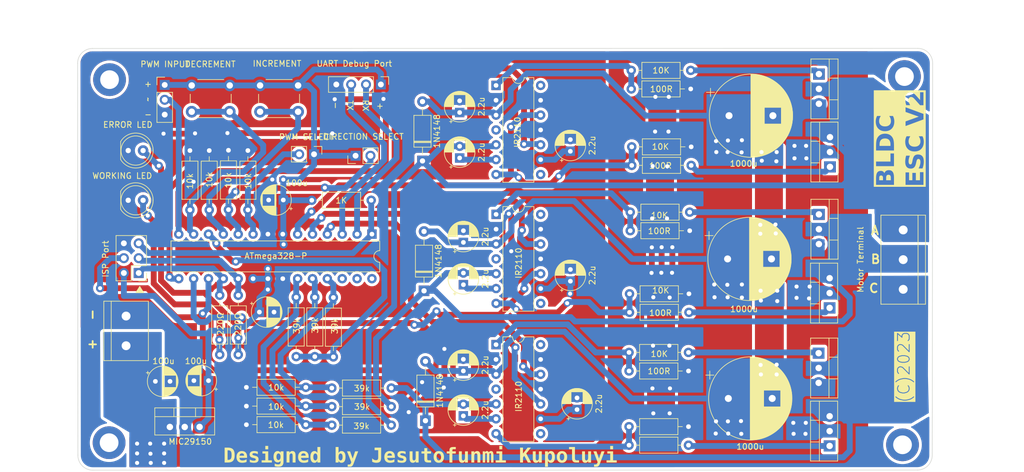
<source format=kicad_pcb>
(kicad_pcb (version 20221018) (generator pcbnew)
  (title_block (title "BLDC ESC") (date "2023-11-16") (rev "0.2") (company "JIMS Innovations") (comment 1 "Designed by Jesutofunmi Kupoluyi"))
  (layers (0 "F.Cu" signal) (31 "B.Cu" signal) (34 "B.Paste" user) (35 "F.Paste" user) (36 "B.SilkS" user "B.Silkscreen") (37 "F.SilkS" user "F.Silkscreen") (38 "B.Mask" user) (39 "F.Mask" user) (44 "Edge.Cuts" user))
  (net 0 "")
  (net 1 "+5V")
  (net 2 "GND")
  (net 3 "Net-(D1-K)")
  (net 4 "/PH_A_MOT")
  (net 5 "Net-(D3-K)")
  (net 6 "/PH_B_MOT")
  (net 7 "Net-(D2-K)")
  (net 8 "/PH_C_MOT")
  (net 9 "+12V")
  (net 10 "Net-(Q1-G)")
  (net 11 "Net-(Q2-G)")
  (net 12 "Net-(Q3-G)")
  (net 13 "Net-(Q4-G)")
  (net 14 "Net-(Q5-G)")
  (net 15 "Net-(Q6-G)")
  (net 16 "Net-(U2-HO)")
  (net 17 "Net-(U2-LO)")
  (net 18 "Net-(U3-HO)")
  (net 19 "Net-(U3-LO)")
  (net 20 "Net-(U1-HO)")
  (net 21 "Net-(U1-LO)")
  (net 22 "Net-(D4-A)")
  (net 25 "Net-(D5-A)")
  (net 26 "/DIR_SEL")
  (net 30 "/PWM_SEL")
  (net 31 "/UART_RX")
  (net 35 "/UART_TX")
  (net 36 "/MISO")
  (net 38 "/ERR_LED")
  (net 39 "/MOSI")
  (net 40 "/RESET")
  (net 41 "/PH_A_BEMF")
  (net 42 "/PH_B_BEMF")
  (net 43 "/PH_C_BEMF")
  (net 44 "/V_GND")
  (net 45 "/INC_BTN")
  (net 46 "/DEC_BTN")
  (net 47 "/PH_A_HIN")
  (net 48 "/PH_A_LIN")
  (net 49 "/PH_B_HIN")
  (net 50 "/PH_B_LIN")
  (net 51 "/PH_C_LIN")
  (net 52 "/PWM_IN")
  (footprint "Capacitor_THT:CP_Radial_D5.0mm_P2.50mm" (layer "F.Cu") (at 106.289 109.667113 180)
    (fp_text reference "C13" hide)
    (fp_text value "100u")
  )
  (footprint "Resistor_THT:R_Axial_DIN0207_L6.3mm_D2.5mm_P10.16mm_Horizontal" (layer "F.Cu") (at 108.204 105.222113 90)
    (fp_text reference "R27" hide)
    (fp_text value "220Ω")
  )
  (footprint "Resistor_THT:R_Axial_DIN0207_L6.3mm_D2.5mm_P10.16mm_Horizontal" (layer "F.Cu") (at 127.635 105.603113 90)
    (fp_text reference "R19" hide)
    (fp_text value "39k")
  )
  (footprint "Resistor_THT:R_Axial_DIN0207_L6.3mm_D2.5mm_P10.16mm_Horizontal" (layer "F.Cu") (at 188.712 59.756113 180)
    (fp_text reference "R6" hide)
    (fp_text value "10K")
  )
  (footprint "Resistor_THT:R_Axial_DIN0207_L6.3mm_D2.5mm_P10.16mm_Horizontal" (layer "F.Cu") (at 112.766 114.030562)
    (fp_text reference "R21" hide)
    (fp_text value "10k")
  )
  (footprint "Resistor_THT:R_Axial_DIN0207_L6.3mm_D2.5mm_P10.16mm_Horizontal" (layer "F.Cu") (at 124.457221 105.557664 90)
    (fp_text reference "R18" hide)
    (fp_text value "39k")
  )
  (footprint "MountingHole:MountingHole_3.2mm_M3_DIN965_Pad_TopBottom" (layer "F.Cu") (at 225.248199 57.639949)
    (fp_text reference "REF**" hide)
    (fp_text value "MountingHole_3.2mm_M3_DIN965_Pad_TopBottom")
  )
  (footprint "Package_TO_SOT_THT:TO-220-3_Vertical" (layer "F.Cu") (at 210.627 57.216113 -90)
    (fp_text reference "Q2" hide)
    (fp_text value "IRF1405")
  )
  (footprint "Connector_PinHeader_2.54mm:PinHeader_1x04_P2.54mm_Vertical" (layer "F.Cu") (at 135.753 58.994113 -90)
    (fp_text reference "J5" hide)
    (fp_text value "UART Debug Port")
  )
  (footprint "Package_DIP:DIP-14_W7.62mm" (layer "F.Cu") (at 155.438 103.505)
    (fp_text reference "U3" hide)
    (fp_text value "IR2110")
  )
  (footprint "Connector_PinHeader_2.54mm:PinHeader_1x02_P2.54mm_Vertical" (layer "F.Cu") (at 124.328 70.932113 -90)
    (fp_text reference "J4" hide)
    (fp_text value "PWM SELECT")
  )
  (footprint "Resistor_THT:R_Axial_DIN0207_L6.3mm_D2.5mm_P10.16mm_Horizontal" (layer "F.Cu") (at 188.412551 94.810892 180)
    (fp_text reference "R1" hide)
    (fp_text value "10K")
  )
  (footprint "Resistor_THT:R_Axial_DIN0207_L6.3mm_D2.5mm_P10.16mm_Horizontal" (layer "F.Cu") (at 178.379551 80.838113)
    (fp_text reference "R10" hide)
    (fp_text value "100R")
  )
  (footprint "Capacitor_THT:CP_Radial_D5.0mm_P2.00mm" (layer "F.Cu") (at 149.86 93.252113 90)
    (fp_text reference "C5" hide)
    (fp_text value "2.2u")
  )
  (footprint "Resistor_THT:R_Axial_DIN0207_L6.3mm_D2.5mm_P10.16mm_Horizontal" (layer "F.Cu") (at 112.766 110.810113)
    (fp_text reference "R20" hide)
    (fp_text value "10k")
  )
  (footprint "Capacitor_THT:CP_Radial_D14.0mm_P7.50mm" (layer "F.Cu") (at 195.263551 64.330892)
    (fp_text reference "C16" hide)
    (fp_text value "1000u")
  )
  (footprint "Diode_THT:D_A-405_P10.16mm_Horizontal" (layer "F.Cu") (at 142.865 72.075113 90)
    (fp_text reference "D1" hide)
    (fp_text value "1N4148")
  )
  (footprint "Capacitor_THT:CP_Radial_D5.0mm_P2.00mm" (layer "F.Cu") (at 149.85 108.016113 90)
    (fp_text reference "C7" hide)
    (fp_text value "2.2u")
  )
  (footprint "Package_TO_SOT_THT:TO-220-3_Vertical" (layer "F.Cu") (at 212.517 73.091113 90)
    (fp_text reference "Q1" hide)
    (fp_text value "IRF1405")
  )
  (footprint "Resistor_THT:R_Axial_DIN0207_L6.3mm_D2.5mm_P10.16mm_Horizontal" (layer "F.Cu") (at 178.171 104.841113)
    (fp_text reference "R12" hide)
    (fp_text value "100R")
  )
  (footprint "Capacitor_THT:CP_Radial_D5.0mm_P2.00mm" (layer "F.Cu") (at 149.215 71.567113 90)
    (fp_text reference "C4" hide)
    (fp_text value "2.2u")
  )
  (footprint "Package_DIP:DIP-14_W7.62mm" (layer "F.Cu") (at 155.438 59.153113)
    (fp_text reference "U1")
    (fp_text value "IR2110")
  )
  (footprint "Capacitor_THT:CP_Radial_D5.0mm_P2.00mm" (layer "F.Cu") (at 149.85 115.702226 90)
    (fp_text reference "C6" hide)
    (fp_text value "2.2u")
  )
  (footprint "MountingHole:MountingHole_3.2mm_M3_DIN965_Pad_TopBottom" (layer "F.Cu") (at 89.37625 58.166)
    (fp_text reference "REF**" hide)
    (fp_text value "MountingHole_3.2mm_M3_DIN965_Pad_TopBottom")
  )
  (footprint "Package_TO_SOT_THT:TO-220-3_Vertical" (layer "F.Cu") (at 210.582 104.968113 -90)
    (fp_text reference "Q6" hide)
    (fp_text value "IRF1405")
  )
  (footprint "Resistor_THT:R_Axial_DIN0207_L6.3mm_D2.5mm_P10.16mm_Horizontal" (layer "F.Cu") (at 127.368221 117.287113)
    (fp_text reference "R14" hide)
    (fp_text value "39k")
  )
  (footprint "Capacitor_THT:CP_Radial_D5.0mm_P2.00mm" (layer "F.Cu") (at 168.138 70.424113 90)
    (fp_text reference "C1" hide)
    (fp_text value "2.2u")
  )
  (footprint "Button_Switch_THT:SW_PUSH_6mm" (layer "F.Cu") (at 103.42 59.157113)
    (fp_text reference "SW2" hide)
    (fp_text value "DECREMENT")
  )
  (footprint "Capacitor_THT:CP_Radial_D5.0mm_P2.00mm" (layer "F.Cu") (at 149.215 63.788113 90)
    (fp_text reference "C9" hide)
    (fp_text value "2.2u")
  )
  (footprint "TerminalBlock:TerminalBlock_bornier-2_P5.08mm" (layer "F.Cu") (at 92.202 98.618113 -90)
    (fp_text reference "J2" hide)
    (fp_text value "Power Input")
  )
  (footprint "Connector_PinHeader_2.54mm:PinHeader_1x02_P2.54mm_Vertical" (layer "F.Cu") (at 131.43 71.186113 90)
    (fp_text reference "J3" hide)
    (fp_text value "DIRECTION SELECT")
  )
  (footprint "MountingHole:MountingHole_3.2mm_M3_DIN965_Pad_TopBottom" (layer "F.Cu") (at 224.917049 120.650049)
    (fp_text reference "REF**" hide)
    (fp_text value "MountingHole_3.2mm_M3_DIN965_Pad_TopBottom")
  )
  (footprint "Package_DIP:DIP-14_W7.62mm" (layer "F.Cu") (at 155.448 81.214113)
    (fp_text reference "U2")
    (fp_text value "IR2110")
  )
  (footprint "Capacitor_THT:CP_Radial_D5.0mm_P2.00mm" (layer "F.Cu") (at 168.148 92.649113 90)
    (fp_text reference "C3" hide)
    (fp_text value "2.2u")
  )
  (footprint "Resistor_THT:R_Axial_DIN0207_L6.3mm_D2.5mm_P10.16mm_Horizontal" (layer "F.Cu") (at 188.539551 84.013113 180)
    (fp_text reference "R2" hide)
    (fp_text value "10K")
  )
  (footprint "Resistor_THT:R_Axial_DIN0207_L6.3mm_D2.5mm_P10.16mm_Horizontal" (layer "F.Cu") (at 178.171 120.716113)
    (fp_text reference "R11" hide)
    (fp_text value "100R")
  )
  (footprint "Capacitor_THT:CP_Radial_D14.0mm_P7.50mm" (layer "F.Cu") (at 195.016551 88.841892)
    (fp_text reference "C14" hide)
    (fp_text value "1000u")
  )
  (footprint "Capacitor_THT:CP_Radial_D5.0mm_P2.00mm" (layer "F.Cu") (at 169.281 114.620113 90)
    (fp_text reference "C2" hide)
    (fp_text value "2.2u")
  )
  (footprint "Capacitor_THT:CP_Radial_D5.0mm_P2.50mm" (layer "F.Cu") (at 97.209888 109.794113)
    (fp_text reference "C10" hide)
    (fp_text value "100u")
  )
  (footprint "Package_TO_SOT_THT:TO-220-3_Vertical" (layer "F.Cu") (at 210.627 81.219113 -90)
    (fp_text reference "Q4" hide)
    (fp_text value "IRF1405")
  )
  (footprint "Resistor_THT:R_Axial_DIN0207_L6.3mm_D2.5mm_P10.16mm_Horizontal" (layer "F.Cu") (at 112.766 117.205562)
    (fp_text reference "R22" hide)
    (fp_text value "10k")
  )
  (footprint "Resistor_THT:R_Axial_DIN0207_L6.3mm_D2.5mm_P10.16mm_Horizontal" (layer "F.Cu") (at 178.552 56.581113)
    (fp_text reference "R8" hide)
    (fp_text value "100R")
  )
  (footprint "Resistor_THT:R_Axial_DIN0207_L6.3mm_D2.5mm_P10.16mm_Horizontal" (layer "F.Cu") (at 103.114 70.297113 -90)
    (fp_text reference "R26" hide)
    (fp_text value "10k")
  )
  (footprint "Resistor_THT:R_Axial_DIN0207_L6.3mm_D2.5mm_P10.16mm_Horizontal" (layer "F.Cu") (at 121.282221 105.557664 90)
    (fp_text reference "R17" hide)
    (fp_text value "39k")
  )
  (footprint "Connector_PinHeader_2.54mm:PinHeader_2x03_P2.54mm_Vertical" (layer "F.Cu") (at 94.361 91.252113 180)
    (fp_text reference "J6" hide)
    (fp_text value "ISP Port")
  )
  (footprint "Resistor_THT:R_Axial_DIN0207_L6.3mm_D2.5mm_P10.16mm_Horizontal" (layer "F.Cu") (at 178.252551 97.985892)
    (fp_text reference "R9" hide)
    (fp_text value "100R")
  )
  (footprint "Capacitor_THT:CP_Radial_D14.0mm_P7.50mm" (layer "F.Cu") (at 195.143551 112.717892)
    (fp_text reference "C15" hide)
    (fp_text value "1000u")
  )
  (footprint "Connector_PinHeader_2.54mm:PinHeader_1x03_P2.54mm_Vertical" (layer "F.Cu") (at 98.806 59.07)
    (fp_text reference "J7" hide)
    (fp_text value "PWM INPUT")
  )
  (footprint "LED_THT:LED_D5.0mm" (layer "F.Cu") (at 92.568 70.297113)
    (fp_text reference "D5" hide)
    (fp_text value "ERROR LED")
  )
  (footprint "TerminalBlock:TerminalBlock_bornier-3_P5.08mm" (layer "F.Cu") (at 225.034 94.046113 90)
    (fp_text reference "J1" hide)
    (fp_text value "Motor Terminal")
  )
  (footprint "Resistor_THT:R_Axial_DIN0207_L6.3mm_D2.5mm_P10.16mm_Horizontal" (layer "F.Cu") (at 188.331 117.541113 180)
    (fp_text reference "R3" hide)
    (fp_text value "10K")
  )
  (footprint "Resistor_THT:R_Axial_DIN0207_L6.3mm_D2.5mm_P10.16mm_Horizontal" (layer "F.Cu") (at 123.942 78.806113)
    (fp_text reference "R13" hide)
    (fp_text value "1K")
  )
  (footprint "MountingHole:MountingHole_3.2mm_M3_DIN965_Pad_TopBottom" (layer "F.Cu") (at 89.2991 120.2871)
    (fp_text reference "REF**" hide)
    (fp_text value "MountingHole_3.2mm_M3_DIN965_Pad_TopBottom")
  )
  (footprint "Resistor_THT:R_Axial_DIN0207_L6.3mm_D2.5mm_P10.16mm_Horizontal" (layer "F.Cu") (at 109.699949 70.251664 -90)
    (fp_text reference "R24" hide)
    (fp_text value "10k")
  )
  (footprint "Capacitor_THT:CP_Radial_D5.0mm_P2.50mm" (layer "F.Cu") (at 114.987108 97.937664)
    (fp_text reference "C11" hide)
    (fp_text value "100u")
  )
  (footprint "Package_TO_SOT_THT:TO-220-3_Vertical" (layer "F.Cu") (at 212.461 120.843113 90)
    (fp_text reference "Q5" hide)
    (fp_text value "IRF1405")
  )
  (footprint "Resistor_THT:R_Axial_DIN0207_L6.3mm_D2.5mm_P10.16mm_Horizontal" (layer "F.Cu") (at 111.379 105.222113 90)
    (fp_text reference "R28" hide)
    (fp_text value "220Ω")
  )
  (footprint "Resistor_THT:R_Axial_DIN0207_L6.3mm_D2.5mm_P10.16mm_Horizontal" (layer "F.Cu") (at 113.02 70.297113 -90)
    (fp_text reference "R23" hide)
    (fp_text value "10k")
  )
  (footprint "Capacitor_THT:CP_Radial_D5.0mm_P2.50mm" (layer "F.Cu") (at 119.073221 78.760664 180)
    (fp_text reference "C12" hide)
    (fp_text value "100u")
  )
  (footprint "Resistor_THT:R_Axial_DIN0207_L6.3mm_D2.5mm_P10.16mm_Horizontal" (layer "F.Cu") (at 106.416 70.297113 -90)
    (fp_text reference "R25" hide)
    (fp_text value "10k")
  )
  (footprint "Capacitor_THT:CP_Radial_D5.0mm_P2.00mm" (layer "F.Cu") (at 149.86 86.013113 90)
    (fp_text reference "C8" hide)
    (fp_text value "2.2u")
  )
  (footprint "Resistor_THT:R_Axial_DIN0207_L6.3mm_D2.5mm_P10.16mm_Horizontal" (layer "F.Cu") (at 188.331 108.016113 180)
    (fp_text reference "R4" hide)
    (fp_text value "10K")
  )
  (footprint "Package_TO_SOT_THT:TO-220-3_Vertical" (layer "F.Cu") (at 99.685 117.597113)
    (fp_text reference "U5" hide)
    (fp_text value "MIC29150")
  )
  (footprint "Resistor_THT:R_Axial_DIN0207_L6.3mm_D2.5mm_P10.16mm_Horizontal" (layer "F.Cu") (at 188.793551 69.662113 180)
    (fp_text reference "R5" hide)
    (fp_text value "10K")
  )
  (footprint "Resistor_THT:R_Axial_DIN0207_L6.3mm_D2.5mm_P10.16mm_Horizontal" (layer "F.Cu") (at 127.371 110.937113)
    (fp_text reference "R16" hide)
    (fp_text value "39k")
  )
  (footprint "Package_DIP:DIP-28_W7.62mm" (layer "F.Cu") (at 134.226221 84.602664 -90)
    (fp_text reference "U4" hide)
    (fp_text value "ATmega328-P")
  )
  (footprint "Button_Switch_THT:SW_PUSH_6mm" (layer "F.Cu") (at 115.104 59.157113)
    (fp_text reference "SW1" hide)
    (fp_text value "INCREMENT")
  )
  (footprint "Diode_THT:D_A-405_P10.16mm_Horizontal" (layer "F.Cu") (at 143.373 116.525113 90)
    (fp_text reference "D2" hide)
    (fp_text value "1N4148")
  )
  (footprint "Diode_THT:D_A-405_P10.16mm_Horizontal" (layer "F.Cu") (at 143.129 94.300113 90)
    (fp_text reference "D3" hide)
    (fp_text value "1N4148")
  )
  (footprint "Resistor_THT:R_Axial_DIN0207_L6.3mm_D2.5mm_P10.16mm_Horizontal" (layer "F.Cu") (at 178.633551 72.837113)
    (fp_text reference "R7" hide)
    (fp_text value "100R")
  )
  (footprint "Resistor_THT:R_Axial_DIN0207_L6.3mm_D2.5mm_P10.16mm_Horizontal" (layer "F.Cu") (at 127.368221 114.112113)
    (fp_text reference "R15" hide)
    (fp_text value "39k")
  )
  (footprint "LED_THT:LED_D5.0mm" (layer "F.Cu") (at 92.568 78.806113)
    (fp_text reference "D4" hide)
    (fp_text value "WORKING LED")
  )
  (footprint "Package_TO_SOT_THT:TO-220-3_Vertical" (layer "F.Cu") (at 212.461 97.221113 90)
    (fp_text reference "Q3" hide)
    (fp_text value "IRF1405")
  )
  (gr_poly (pts (xy 93.9038 94.5896) (xy 94.5388 93.5736) (xy 95.1738 94.5896)) (stroke (width 0.15)) (fill solid) (layer "F.SilkS"))
  (gr_line (start 86.45525 52.832) (end 227.534199 52.813949) (stroke (width 0.1)) (layer "Edge.Cuts"))
  (gr_arc (start 83.91525 55.372) (mid 84.659199 53.575949) (end 86.45525 52.832) (stroke (width 0.1)) (layer "Edge.Cuts"))
  (gr_line (start 230.074199 55.353949) (end 229.997049 122.428049) (stroke (width 0.1)) (layer "Edge.Cuts"))
  (gr_arc (start 229.997049 122.428049) (mid 229.253086 124.224086) (end 227.457049 124.968049) (stroke (width 0.1)) (layer "Edge.Cuts"))
  (gr_arc (start 227.534199 52.813949) (mid 229.33025 53.557898) (end 230.074199 55.353949) (stroke (width 0.1)) (layer "Edge.Cuts"))
  (gr_line (start 83.9651 122.4461) (end 83.91525 55.372) (stroke (width 0.1)) (layer "Edge.Cuts"))
  (gr_line (start 227.457049 124.968049) (end 86.5051 124.9861) (stroke (width 0.1)) (layer "Edge.Cuts"))
  (gr_arc (start 86.5051 124.9861) (mid 84.709 124.242172) (end 83.9651 122.4461) (stroke (width 0.1)) (layer "Edge.Cuts"))
  (gr_text "B" (at 219.3544 89.7636) (layer "F.SilkS") (effects (font (size 1.5 1.5) (thickness 0.3) bold) (justify left bottom)))
  (gr_text "-" (at 128.0414 62.5856 -90) (layer "F.SilkS") (effects (font (size 1 1))))
  (gr_text "RX" (at 133.1214 62.5856 -90) (layer "F.SilkS") (effects (font (size 1 1))))
  (gr_text "C" (at 219.0496 94.742) (layer "F.SilkS") (effects (font (size 1.5 1.5) (thickness 0.3) bold) (justify left bottom)))
  (gr_text "-" (at 95.9612 64.1096) (layer "F.SilkS") (effects (font (size 1 1))))
  (gr_text "+" (at 87.259 104.587113 90) (layer "F.SilkS") (effects (font (size 1.5 1.5) (thickness 0.3) bold) (justify left bottom)))
  (gr_text "BLDC \nESC V2" (at 229.0064 76.5556 90) (layer "F.SilkS" knockout) (effects (font (size 3 3) (thickness 0.3) bold) (justify left bottom)))
  (gr_text "TX" (at 130.4544 62.5856 -90) (layer "F.SilkS") (effects (font (size 1 1))))
  (gr_text "~" (at 95.9612 61.5696 -90) (layer "F.SilkS") (effects (font (size 1 1))))
  (gr_text "Designed by Jesutofunmi Kupoluyi" (at 108.8136 124.1044) (layer "F.SilkS") (effects (font (size 2.5 2.5) (thickness 0.3) bold) (justify left bottom)))
  (gr_text "+" (at 135.6614 62.7126 -90) (layer "F.SilkS") (effects (font (size 1 1))))
  (gr_text "+" (at 95.9612 58.9026) (layer "F.SilkS") (effects (font (size 1 1))))
  (gr_text "(C)2023" (at 226.314 113.5888 90) (layer "F.SilkS" knockout) (effects (font (size 2 2)) (justify left bottom)))
  (gr_text "A" (at 219.3544 84.836) (layer "F.SilkS") (effects (font (size 1.5 1.5) (thickness 0.3) bold) (justify left bottom)))
  (gr_text "-" (at 87.259 99.507113 90) (layer "F.SilkS") (effects (font (size 1.5 1.5) (thickness 0.3) bold) (justify left bottom)))
  (segment (start 116.4336 90.532201) (end 119.126 87.839801) (width 1) (layer "F.Cu") (net 1))
  (segment (start 119.126 87.839801) (end 119.126 86.36) (width 1) (layer "F.Cu") (net 1))
  (via (at 119.126 86.36) (size 1.4) (drill 0.7) (layers "F.Cu" "B.Cu") (net 1))
  (via (at 168.0972 94.7928) (size 1.2) (drill 0.7) (layers "F.Cu" "B.Cu") (net 1))
  (via (at 116.4336 94.0816) (size 1.4) (drill 0.7) (layers "F.Cu" "B.Cu") (net 1))
  (via (at 116.4336 90.532201) (size 1.4) (drill 0.7) (layers "F.Cu" "B.Cu") (net 1))
  (via (at 119.0752 75.2619) (size 1.4) (drill 0.7) (layers "F.Cu" "B.Cu") (net 1))
  (segment (start 118.986221 84.602664) (end 118.986221 86.220221) (width 1) (layer "B.Cu") (net 1))
  (segment (start 119.073221 78.760664) (end 119.073221 75.263879) (width 1) (layer "B.Cu") (net 1))
  (segment (start 103.389151 101.580301) (end 96.98265 95.1738) (width 1) (layer "B.Cu") (net 1))
  (segment (start 121.604 59.157113) (end 116.4844 59.157113) (width 1) (layer "B.Cu") (net 1))
  (segment (start 166.243 116.205) (end 163.058 116.205) (width 1) (layer "B.Cu") (net 1))
  (segment (start 167.827887 114.620113) (end 166.243 116.205) (width 1) (layer "B.Cu") (net 1))
  (segment (start 168.148 94.742) (end 168.0972 94.7928) (width 1) (layer "B.Cu") (net 1))
  (segment (start 168.148 92.649113) (end 168.148 94.742) (width 1) (layer "B.Cu") (net 1))
  (segment (start 106.289 101.463) (end 106.171699 101.580301) (width 1) (layer "B.Cu") (net 1))
  (segment (start 119.11867 78.806113) (end 119.073221 78.760664) (width 1) (layer "B.Cu") (net 1))
  (segment (start 103.42 59.157113) (end 109.92 59.157113) (width 1) (layer "B.Cu") (net 1))
  (segment (start 103.332887 59.07) (end 103.42 59.157113) (width 1) (layer "B.Cu") (net 1))
  (segment (start 124.328 70.932113) (end 124.328 72.782113) (width 1) (layer "B.Cu") (net 1))
  (segment (start 91.821 95.1738) (end 91.821 91.252113) (width 1) (layer "B.Cu") (net 1))
  (segment (start 106.289 116.073113) (end 104.765 117.597113) (width 1) (layer "B.Cu") (net 1))
  (segment (start 116.446221 90.544822) (end 116.4336 90.532201) (width 1) (layer "B.Cu") (net 1))
  (segment (start 135.753 57.1146) (end 135.753 58.994113) (width 1) (layer "B.Cu") (net 1))
  (segment (start 135.0772 56.4388) (end 135.753 57.1146) (width 1) (layer "B.Cu") (net 1))
  (segment (start 106.171699 101.580301) (end 103.389151 101.580301) (width 1) (layer "B.Cu") (net 1))
  (segment (start 116.446221 92.222664) (end 116.446221 90.544822) (width 1) (layer "B.Cu") (net 1))
  (segment (start 123.266713 59.157113) (end 124.328 60.2184) (width 1) (layer "B.Cu") (net 1))
  (segment (start 114.987108 97.937664) (end 114.987108 95.528092) (width 1) (layer "B.Cu") (net 1))
  (segment (start 110.923116 100.475634) (end 110.275649 101.123101) (width 1) (layer "B.Cu") (net 1))
  (segment (start 124.322313 56.4388) (end 135.0772 56.4388) (width 1) (layer "B.Cu") (net 1))
  (segment (start 124.328 60.2184) (end 124.328 70.932113) (width 1) (layer "B.Cu") (net 1))
  (segment (start 109.92 59.157113) (end 116.4844 59.157113) (width 1) (layer "B.Cu") (net 1))
  (segment (start 123.942 78.806113) (end 119.11867 78.806113) (width 1) (layer "B.Cu") (net 1))
  (segment (start 118.986221 86.220221) (end 119.126 86.36) (width 1) (layer "B.Cu") (net 1))
  (segment (start 165.770487 92.649113) (end 168.148 92.649113) (width 1) (layer "B.Cu") (net 1))
  (segment (start 116.4844 59.157113) (end 115.104 59.157113) (width 1) (layer "B.Cu") (net 1))
  (segment (start 110.275649 101.123101) (end 106.628899 101.123101) (width 1) (layer "B.Cu") (net 1))
  (segment (start 121.604 59.157113) (end 124.322313 56.4388) (width 1) (layer "B.Cu") (net 1))
  (segment (start 98.806 59.07) (end 103.332887 59.07) (width 1) (layer "B.Cu") (net 1))
  (segment (start 119.073221 75.263879) (end 119.0752 75.2619) (width 1) (layer "B.Cu") (net 1))
  (segment (start 114.987108 97.937664) (end 112.449138 100.475634) (width 1) (layer "B.Cu") (net 1))
  (segment (start 164.505487 93.914113) (end 165.770487 92.649113) (width 1) (layer "B.Cu") (net 1))
  (segment (start 124.582 71.186113) (end 124.328 70.932113) (width 1) (layer "B.Cu") (net 1))
  (segment (start 96.98265 95.1738) (end 91.821 95.1738) (width 1) (layer "B.Cu") (net 1))
  (segment (start 106.289 109.667113) (end 106.289 116.073113) (width 1) (layer "B.Cu") (net 1))
  (segment (start 124.328 72.782113) (end 121.848213 75.2619) (width 1) (layer "B.Cu") (net 1))
  (segment (start 119.073221 84.515664) (end 118.986221 84.602664) (width 1) (layer "B.Cu") (net 1))
  (segment (start 112.449138 100.475634) (end 110.923116 100.475634) (width 1) (layer "B.Cu") (net 1))
  (segment (start 121.848213 75.2619) (end 119.0752 75.2619) (width 1) (layer "B.Cu") (net 1))
  (segment (start 119.073221 78.760664) (end 119.073221 84.515664) (width 1) (layer "B.Cu") (net 1))
  (segment (start 106.628899 101.123101) (end 106.289 101.463) (width 1) (layer "B.Cu") (net 1))
  (segment (start 114.987108 95.528092) (end 116.4336 94.0816) (width 1) (layer "B.Cu") (net 1))
  (segment (start 169.281 114.620113) (end 167.827887 114.620113) (width 1) (layer "B.Cu") (net 1))
  (segment (start 116.446221 92.222664) (end 116.446221 94.068979) (width 1) (layer "B.Cu") (net 1))
  (segment (start 163.068 93.914113) (end 164.505487 93.914113) (width 1) (layer "B.Cu") (net 1))
  (segment (start 168.138 70.424113) (end 166.938887 70.424113) (width 1) (layer "B.Cu") (net 1))
  (segment (start 166.938887 70.424113) (end 165.509887 71.853113) (width 1) (layer "B.Cu") (net 1))
  (segment (start 116.446221 94.068979) (end 116.4336 94.0816) (width 1) (layer "B.Cu") (net 1))
  (segment (start 106.289 101.463) (end 106.289 109.667113) (width 1) (layer "B.Cu") (net 1))
  (segment (start 116.446221 92.222664) (end 113.906221 92.222664) (width 1) (layer "B.Cu") (net 1))
  (segment (start 121.604 59.157113) (end 123.266713 59.157113) (width 1) (layer "B.Cu") (net 1))
  (segment (start 131.43 71.186113) (end 124.582 71.186113) (width 1) (layer "B.Cu") (net 1))
  (segment (start 165.509887 71.853113) (end 163.058 71.853113) (width 1) (layer "B.Cu") (net 1))
  (segment (start 158.0388 87.5284) (end 158.0388 81.534) (width 1) (layer "F.Cu") (net 2))
  (segment (start 140.5128 113.2332) (end 140.5128 115.062) (width 1) (layer "F.Cu") (net 2))
  (segment (start 142.7988 110.9472) (end 140.5128 113.2332) (width 1) (layer "F.Cu") (net 2))
  (segment (start 183.7436 86.8426) (end 183.7436 91.1606) (width 1) (layer "F.Cu") (net 2))
  (segment (start 136.144 61.5188) (end 136.1948 61.468) (width 1) (layer "F.Cu") (net 2))
  (segment (start 182.0672 91.186) (end 182.0164 91.2368) (width 1) (layer "F.Cu") (net 2))
  (segment (start 185.5724 86.8426) (end 185.5724 91.1606) (width 1) (layer "F.Cu") (net 2))
  (segment (start 103.7336 75.6412) (end 104.1163 75.2585) (width 1) (layer "F.Cu") (net 2))
  (segment (start 127.4064 67.31) (end 127.4572 67.3608) (width 1) (layer "F.Cu") (net 2))
  (segment (start 109.5248 67.31) (end 127.4064 67.31) (width 1) (layer "F.Cu") (net 2))
  (segment (start 104.1163 75.2585) (end 117.1922 75.2585) (width 1) (layer "F.Cu") (net 2))
  (segment (start 127.8636 61.5188) (end 136.144 61.5188) (width 1) (layer "F.Cu") (net 2))
  (segment (start 146.6088 104.2416) (end 146.6088 110.744) (width 1) (layer "F.Cu") (net 2))
  (segment (start 146.6088 110.744) (end 146.5072 110.8456) (width 1) (layer "F.Cu") (net 2))
  (segment (start 182.0672 86.868) (end 182.0672 91.186) (width 1) (layer "F.Cu") (net 2))
  (segment (start 142.7988 109.9312) (end 142.7988 110.9472) (width 1) (layer "F.Cu") (net 2))
  (segment (start 158.0388 81.534) (end 157.623448 81.118648) (width 1) (layer "F.Cu") (net 2))
  (segment (start 117.1922 75.2585) (end 117.1956 75.2619) (width 1) (layer "F.Cu") (net 2))
  (segment (start 98.6028 67.4116) (end 103.9368 67.4116) (width 1) (layer "F.Cu") (net 2))
  (via (at 203.4032 108.6104) (size 1.4) (drill 0.7) (layers "F.Cu" "B.Cu") (net 2))
  (via (at 127.8636 61.5188) (size 1.4) (drill 0.7) (layers "F.Cu" "B.Cu") (net 2))
  (via (at 103.9876 67.3608) (size 1.4) (drill 0.7) (layers "F.Cu" "B.Cu") (net 2))
  (via (at 200.7108 95.9612) (size 1.4) (drill 0.7) (layers "F.Cu" "B.Cu") (net 2))
  (via (at 182.0164 91.2368) (size 1.4) (drill 0.7) (layers "F.Cu" "B.Cu") (net 2))
  (via (at 200.66 94.2848) (size 1.4) (drill 0.7) (layers "F.Cu" "B.Cu") (net 2))
  (via (at 182.3212 115.2652) (size 1.4) (drill 0.7) (layers "F.Cu" "B.Cu") (net 2))
  (via (at 203.3524 72.136) (size 1.4) (drill 0.7) (layers "F.Cu" "B.Cu") (net 2))
  (via (at 200.6092 84.5312) (size 1.4) (drill 0.7) (layers "F.Cu" "B.Cu") (net 2))
  (via (at 203.4032 106.934) (size 1.4) (drill 0.7) (layers "F.Cu" "B.Cu") (net 2))
  (via (at 184.9628 61.1124) (size 1.4) (drill 0.7) (layers "F.Cu" "B.Cu") (net 2))
  (via (at 109.5248 67.31) (size 1.4) (drill 0.7) (layers "F.Cu" "B.Cu") (net 2))
  (via (at 182.6768 61.1124) (size 1.4) (drill 0.7) (layers "F.Cu" "B.Cu") (net 2))
  (via (at 200.66 106.9848) (size 1.4) (drill 0.7) (layers "F.Cu" "B.Cu") (net 2))
  (via (at 182.118 81.9167) (size 1.4) (drill 0.7) (layers "F.Cu" "B.Cu") (net 2))
  (via (at 136.1948 61.468) (size 1.4) (drill 0.7) (layers "F.Cu" "B.Cu") (net 2))
  (via (at 184.912 67.056) (size 1.4) (drill 0.7) (layers "F.Cu" "B.Cu") (net 2))
  (via (at 182.3212 95.4024) (size 1.4) (drill 0.7) (layers "F.Cu" "B.Cu") (net 2))
  (via (at 158.0388 87.5284) (size 1.4) (drill 0.7) (layers "F.Cu" "B.Cu") (net 2))
  (via (at 146.6088 104.2416) (size 1.4) (drill 0.7) (layers "F.Cu" "B.Cu") (net 2))
  (via (at 200.7108 108.6104) (size 1.4) (drill 0.7) (layers "F.Cu" "B.Cu") (net 2))
  (via (at 182.2704 103.6828) (size 1.4) (drill 0.7) (layers "F.Cu" "B.Cu") (net 2))
  (via (at 203.2508 84.4804) (size 1.4) (drill 0.7) (layers "F.Cu" "B.Cu") (net 2))
  (via (at 185.1152 95.4532) (size 1.4) (drill 0.7) (layers "F.Cu" "B.Cu") (net 2))
  (via (at 203.4032 70.5612) (size 1.4) (drill 0.7) (layers "F.Cu" "B.Cu") (net 2))
  (via (at 185.5216 91.2114) (size 1.4) (drill 0.7) (layers "F.Cu" "B.Cu") (net 2))
  (via (at 140.5128 115.062) (size 1.4) (drill 0.7) (layers "F.Cu" "B.Cu") (net 2))
  (via (at 185.0644 103.6828) (size 1.4) (drill 0.7) (layers "F.Cu" "B.Cu") (net 2))
  (via (at 117.1956 75.2619) (size 1.4) (drill 0.7) (layers "F.Cu" "B.Cu") (net 2))
  (via (at 185.5724 86.8426) (size 1.4) (drill 0.7) (layers "F.Cu" "B.Cu") (net 2))
  (via (at 203.5048 96.0628) (size 1.4) (drill 0.7) (layers "F.Cu" "B.Cu") (net 2))
  (via (at 98.6028 67.4116) (size 1.4) (drill 0.7) (layers "F.Cu" "B.Cu") (net 2))
  (via (at 182.0672 86.868) (size 1.4) (drill 0.7) (layers "F.Cu" "B.Cu") (net 2))
  (via (at 127.4572 67.3608) (size 1.4) (drill 0.7) (layers "F.Cu" "B.Cu") (net 2))
  (via (at 183.6928 91.2114) (size 1.4) (drill 0.7) (layers "F.Cu" "B.Cu") (net 2))
  (via (at 146.5072 110.8456) (size 1.4) (drill 0.7) (layers "F.Cu" "B.Cu") (net 2))
  (via (at 184.658 81.9167) (size 1.4) (drill 0.7) (layers "F.Cu" "B.Cu") (net 2))
  (via (at 200.8124 70.5612) (size 1.4) (drill 0.7) (layers "F.Cu" "B.Cu") (net 2))
  (via (at 184.7088 72.9996) (size 1.4) (drill 0.7) (layers "F.Cu" "B.Cu") (net 2))
  (via (at 200.6092 83.0072) (size 1.4) (drill 0.7) (layers "F.Cu" "B.Cu") (net 2))
  (via (at 182.1688 110.998) (size 1.4) (drill 0.7) (layers "F.Cu" "B.Cu") (net 2))
  (via (at 182.626 67.056) (size 1.4) (drill 0.7) (layers "F.Cu" "B.Cu") (net 2))
  (via (at 200.8632 72.0344) (size 1.4) (drill 0.7) (layers "F.Cu" "B.Cu") (net 2))
  (via (at 182.2196 72.9488) (size 1.4) (drill 0.7) (layers "F.Cu" "B.Cu") (net 2))
  (via (at 185.166 110.998) (size 1.4) (drill 0.7) (layers "F.Cu" "B.Cu") (net 2))
  (via (at 203.2 82.9564) (size 1.4) (drill 0.7) (layers "F.Cu" "B.Cu") (net 2))
  (via (at 157.623448 81.118648) (size 1.4) (drill 0.7) (layers "F.Cu" "B.Cu") (net 2))
  (via (at 183.7436 86.8426) (size 1.4) (drill 0.7) (layers "F.Cu" "B.Cu") (net 2))
  (via (at 103.7336 75.6412) (size 1.4) (drill 0.7) (layers "F.Cu" "B.Cu") (net 2))
  (via (at 203.5048 94.2848) (size 1.4) (drill 0.7) (layers "F.Cu" "B.Cu") (net 2))
  (via (at 185.1152 115.2652) (size 1.4) (drill 0.7) (layers "F.Cu" "B.Cu") (net 2))
  (via (at 142.7988 109.9312) (size 1.4) (drill 0.7) (layers "F.Cu" "B.Cu") (net 2))
  (segment (start 182.0672 86.8172) (end 182.0672 86.868) (width 1) (layer "B.Cu") (net 2))
  (segment (start 98.6028 67.3608) (end 98.6028 67.4116) (width 1) (layer "B.Cu") (net 2))
  (segment (start 149.501 71.853113) (end 149.215 71.567113) (width 1) (layer "B.Cu") (net 3))
  (segment (start 155.438 71.853113) (end 149.501 71.853113) (width 1) (layer "B.Cu") (net 3))
  (segment (start 138.0236 76.916513) (end 142.865 72.075113) (width 1) (layer "B.Cu") (net 4))
  (segment (start 214.721211 76.261189) (end 216.0524 74.93) (width 1) (layer "B.Cu") (net 4))
  (segment (start 142.865 72.075113) (end 147.051076 76.261189) (width 1) (layer "B.Cu") (net 4))
  (segment (start 142.865 72.075113) (end 143.697887 72.075113) (width 1) (layer "B.Cu") (net 4))
  (segment (start 146.205887 69.567113) (end 149.215 69.567113) (width 1) (layer "B.Cu") (net 4))
  (segment (start 212.5645 68.011113) (end 212.517 68.011113) (width 1) (layer "B.Cu") (net 4))
  (segment (start 143.697887 72.075113) (end 146.205887 69.567113) (width 1) (layer "B.Cu") (net 4))
  (segment (start 138.0236 96.910863) (end 138.0236 76.916513) (width 1) (layer "B.Cu") (net 4))
  (segment (start 133.6548 101.279663) (end 138.0236 96.910863) (width 1) (layer "B.Cu") (net 4))
  (segment (start 147.051076 76.261189) (end 214.721211 76.261189) (width 1) (layer "B.Cu") (net 4))
  (segment (start 155.184 69.567113) (end 155.438 69.313113) (width 1) (layer "B.Cu") (net 4))
  (segment (start 216.0524 74.93) (end 216.0524 71.499013) (width 1) (layer "B.Cu") (net 4))
  (segment (start 149.215 69.567113) (end 155.184 69.567113) (width 1) (layer "B.Cu") (net 4))
  (segment (start 216.0524 71.499013) (end 212.5645 68.011113) (width 1) (layer "B.Cu") (net 4))
  (segment (start 133.6548 113.413692) (end 133.6548 101.279663) (width 1) (layer "B.Cu") (net 4))
  (segment (start 137.528221 117.287113) (end 133.6548 113.413692) (width 1) (layer "B.Cu") (net 4))
  (segment (start 155.448 93.914113) (end 150.522 93.914113) (width 1) (layer "B.Cu") (net 5))
  (segment (start 150.522 93.914113) (end 149.86 93.252113) (width 1) (layer "B.Cu") (net 5))
  (segment (start 215.9 95.532613) (end 215.9 98.298) (width 1) (layer "B.Cu") (net 6))
  (segment (start 137.528221 114.112113) (end 134.9248 111.508692) (width 1) (layer "B.Cu") (net 6))
  (segment (start 143.129 94.300113) (end 143.951887 94.300113) (width 1) (layer "B.Cu") (net 6))
  (segment (start 143.951887 94.300113) (end 146.999887 91.252113) (width 1) (layer "B.Cu") (net 6))
  (segment (start 155.326 91.252113) (end 155.448 91.374113) (width 1) (layer "B.Cu") (net 6))
  (segment (start 134.9248 111.508692) (end 134.9248 102.504313) (width 1) (layer "B.Cu") (net 6))
  (segment (start 214.662108 99.535892) (end 168.939631 99.535892) (width 1) (layer "B.Cu") (net 6))
  (segment (start 146.999887 91.252113) (end 149.86 91.252113) (width 1) (layer "B.Cu") (net 6))
  (segment (start 215.9 98.298) (end 214.662108 99.535892) (width 1) (layer "B.Cu") (net 6))
  (segment (start 168.199937 98.796198) (end 149.525085 98.796198) (width 1) (layer "B.Cu") (net 6))
  (segment (start 134.9248 102.504313) (end 143.129 94.300113) (width 1) (layer "B.Cu") (net 6))
  (segment (start 145.029 94.300113) (end 143.129 94.300113) (width 1) (layer "B.Cu") (net 6))
  (segment (start 212.5085 92.141113) (end 215.9 95.532613) (width 1) (layer "B.Cu") (net 6))
  (segment (start 168.939631 99.535892) (end 168.199937 98.796198) (width 1) (layer "B.Cu") (net 6))
  (segment (start 149.525085 98.796198) (end 145.029 94.300113) (width 1) (layer "B.Cu") (net 6))
  (segment (start 212.461 92.141113) (end 212.5085 92.141113) (width 1) (layer "B.Cu") (net 6))
  (segment (start 149.86 91.252113) (end 155.326 91.252113) (width 1) (layer "B.Cu") (net 6))
  (segment (start 150.352774 116.205) (end 149.85 115.702226) (width 1) (layer "B.Cu") (net 7))
  (segment (start 155.438 116.205) (end 150.352774 116.205) (width 1) (layer "B.Cu") (net 7))
  (segment (start 149.85 113.702226) (end 155.400774 113.702226) (width 1) (layer "B.Cu") (net 8))
  (segment (start 143.373 116.525113) (end 143.373 119.2938) (width 1) (layer "B.Cu") (net 8))
  (segment (start 143.373 116.525113) (end 143.373 114.2138) (width 1) (layer "B.Cu") (net 8))
  (segment (start 143.373 119.2938) (end 146.8628 122.7836) (width 1) (layer "B.Cu") (net 8))
  (segment (start 215.9 116.8908) (end 214.772313 115.763113) (width 1) (layer "B.Cu") (net 8))
  (segment (start 143.373 114.2138) (end 143.884574 113.702226) (width 1) (layer "B.Cu") (net 8))
  (segment (start 143.373 114.2138) (end 140.096313 110.937113) (width 1) (layer "B.Cu") (net 8))
  (segment (start 214.772313 115.763113) (end 212.461 115.763113) (width 1) (layer "B.Cu") (net 8))
  (segment (start 143.884574 113.702226) (end 149.85 113.702226) (width 1) (layer "B.Cu") (net 8))
  (segment (start 155.400774 113.702226) (end 155.438 113.665) (width 1) (layer "B.Cu") (net 8))
  (segment (start 215.9 121.666) (end 215.9 116.8908) (width 1) (layer "B.Cu") (net 8))
  (segment (start 140.096313 110.937113) (end 137.531 110.937113) (width 1) (layer "B.Cu") (net 8))
  (segment (start 146.8628 122.7836) (end 214.7824 122.7836) (width 1) (layer "B.Cu") (net 8))
  (segment (start 214.7824 122.7836) (end 215.9 121.666) (width 1) (layer "B.Cu") (net 8))
  (via (at 208.9404 95.6056) (size 1.4) (drill 0.7) (layers "F.Cu" "B.Cu") (net 9))
  (via (at 206.4512 71.628) (size 1.4) (drill 0.7) (layers "F.Cu" "B.Cu") (net 9))
  (via (at 197.4596 93.218) (size 1.4) (drill 0.7) (layers "F.Cu" "B.Cu") (net 9))
  (via (at 206.4512 69.4944) (size 1.4) (drill 0.7) (layers "F.Cu" "B.Cu") (net 9))
  (via (at 197.3072 116.586) (size 1.4) (drill 0.7) (layers "F.Cu" "B.Cu") (net 9))
  (via (at 197.358 118.7704) (size 1.4) (drill 0.7) (layers "F.Cu" "B.Cu") (net 9))
  (via (at 208.4832 71.628) (size 1.4) (drill 0.7) (layers "F.Cu" "B.Cu") (net 9))
  (via (at 192.7352 93.218) (size 1.4) (drill 0.7) (layers "F.Cu" "B.Cu") (net 9))
  (via (at 195.0212 95.4024) (size 1.4) (drill 0.7) (layers "F.Cu" "B.Cu") (net 9))
  (via (at 193.04 68.6816) (size 1.4) (drill 0.7) (layers "F.Cu" "B.Cu") (net 9))
  (via (at 206.2988 118.7704) (size 1.4) (drill 0.7) (layers "F.Cu" "B.Cu") (net 9))
  (via (at 194.9704 93.2688) (size 1.4) (drill 0.7) (layers "F.Cu" "B.Cu") (net 9))
  (via (at 208.3816 116.8908) (size 1.4) (drill 0.7) (layers "F.Cu" "B.Cu") (net 9))
  (via (at 195.072 116.6368) (size 1.4) (drill 0.7) (layers "F.Cu" "B.Cu") (net 9))
  (via (at 94.0816 120.4468) (size 1.4) (drill 0.7) (layers "F.Cu" "B.Cu") (net 9))
  (via (at 208.4324 69.4944) (size 1.4) (drill 0.7) (layers "F.Cu" "B.Cu") (net 9))
  (via (at 192.9892 118.7196) (size 1.4) (drill 0.7) (layers "F.Cu" "B.Cu") (net 9))
  (via (at 192.786 95.4024) (size 1.4) (drill 0.7) (layers "F.Cu" "B.Cu") (net 9))
  (via (at 98.7044 123.7488) (size 1.4) (drill 0.7) (layers "F.Cu" "B.Cu") (net 9))
  (via (at 209.042 93.5736) (size 1.4) (drill 0.7) (layers "F.Cu" "B.Cu") (net 9))
  (via (at 206.8068 95.504) (size 1.4) (drill 0.7) (layers "F.Cu" "B.Cu") (net 9))
  (via (at 193.0908 70.5612) (size 1.4) (drill 0.7) (layers "F.Cu" "B.Cu") (net 9))
  (via (at 94.0816 123.7488) (size 1.4) (drill 0.7) (layers "F.Cu" "B.Cu") (net 9))
  (via (at 195.0212 70.5612) (size 1.4) (drill 0.7) (layers "F.Cu" "B.Cu") (net 9))
  (via (at 195.1228 118.7196) (size 1.4) (drill 0.7) (layers "F.Cu" "B.Cu") (net 9))
  (via (at 206.8068 93.5736) (size 1.4) (drill 0.7) (layers "F.Cu" "B.Cu") (net 9))
  (via (at 98.7044 122.1232) (size 1.4) (drill 0.7) (layers "F.Cu" "B.Cu") (net 9))
  (via (at 193.04 116.6368) (size 1.4) (drill 0.7) (layers "F.Cu" "B.Cu") (net 9))
  (via (at 98.7044 120.4468) (size 1.4) (drill 0.7) (layers "F.Cu" "B.Cu") (net 9))
  (via (at 197.4596 68.5292) (size 1.4) (drill 0.7) (layers "F.Cu" "B.Cu") (net 9))
  (via (at 94.0816 122.1232) (size 1.4) (drill 0.7) (layers "F.Cu" "B.Cu") (net 9))
  (via (at 206.248 116.8908) (size 1.4) (drill 0.7) (layers "F.Cu" "B.Cu") (net 9))
  (via (at 96.3168 120.4468) (size 1.4) (drill 0.7) (layers "F.Cu" "B.Cu") (net 9))
  (via (at 197.4088 70.612) (size 1.4) (drill 0.7) (layers "F.Cu" "B.Cu") (net 9))
  (via (at 96.4184 123.7488) (size 1.4) (drill 0.7) (layers "F.Cu" "B.Cu") (net 9))
  (via (at 208.3308 118.7704) (size 1.4) (drill 0.7) (layers "F.Cu" "B.Cu") (net 9))
  (via (at 197.4596 95.4532) (size 1.4) (drill 0.7) (layers "F.Cu" "B.Cu") (net 9))
  (via (at 195.072 68.58) (size 1.4) (drill 0.7) (layers "F.Cu" "B.Cu") (net 9))
  (via (at 96.3676 122.174) (size 1.4) (drill 0.7) (layers "F.Cu" "B.Cu") (net 9))
  (segment (start 161.8488 78.9432) (end 168.8084 78.9432) (width 1) (layer "B.Cu") (net 9))
  (segment (start 158.0896 82.7024) (end 161.8488 78.9432) (width 1) (layer "B.Cu") (net 9))
  (segment (start 156.988 107.035) (end 156.988 103.722062) (width 1) (layer "B.Cu") (net 9))
  (segment (start 177.909968 61.306113) (end 177.980679 61.306113) (width 1) (layer "B.Cu") (net 9))
  (segment (start 167.164814 101.2952) (end 178.587505 112.717892) (width 1) (layer "B.Cu") (net 9))
  (segment (start 157.9372 61.733913) (end 157.9372 59.8932) (width 1) (layer "B.Cu") (net 9))
  (segment (start 177.980679 61.306113) (end 181.005458 64.330892) (width 1) (layer "B.Cu") (net 9))
  (segment (start 178.587505 112.717892) (end 195.143551 112.717892) (width 1) (layer "B.Cu") (net 9))
  (segment (start 158.0896 84.1248) (end 158.0896 82.7024) (width 1) (layer "B.Cu") (net 9))
  (segment (start 143.373 106.365113) (end 145.024 108.016113) (width 1) (layer "B.Cu") (net 9))
  (segment (start 178.707092 88.841892) (end 195.016551 88.841892) (width 1) (layer "B.Cu") (net 9))
  (segment (start 173.773766 57.0992) (end 177.002 60.327434) (width 1) (layer "B.Cu") (net 9))
  (segment (start 157.9372 59.8932) (end 160.7312 57.0992) (width 1) (layer "B.Cu") (net 9))
  (segment (start 145.354113 84.140113) (end 147.227113 86.013113) (width 1) (layer "B.Cu") (net 9))
  (segment (start 168.8084 78.9432) (end 178.707092 88.841892) (width 1) (layer "B.Cu") (net 9))
  (segment (start 155.438 64.233113) (end 157.9372 61.733913) (width 1) (layer "B.Cu") (net 9))
  (segment (start 149.215 63.788113) (end 154.993 63.788113) (width 1) (layer "B.Cu") (net 9))
  (segment (start 156.988 103.722062) (end 159.414862 101.2952) (width 1) (layer "B.Cu") (net 9))
  (segment (start 155.438 108.585) (end 156.988 107.035) (width 1) (layer "B.Cu") (net 9))
  (segment (start 155.448 86.294113) (end 150.141 86.294113) (width 1) (layer "B.Cu") (net 9))
  (segment (start 155.920287 86.294113) (end 158.0896 84.1248) (width 1) (layer "B.Cu") (net 9))
  (segment (start 159.414862 101.2952) (end 167.164814 101.2952) (width 1) (layer "B.Cu") (net 9))
  (segment (start 145.024 108.016113) (end 149.85 108.016113) (width 1) (layer "B.Cu") (net 9))
  (segment (start 160.7312 57.0992) (end 173.773766 57.0992) (width 1) (layer "B.Cu") (net 9))
  (segment (start 143.129 84.140113) (end 145.354113 84.140113) (width 1) (layer "B.Cu") (net 9))
  (segment (start 155.448 86.294113) (end 155.920287 86.294113) (width 1) (layer "B.Cu") (net 9))
  (segment (start 181.005458 64.330892) (end 195.263551 64.330892) (width 1) (layer "B.Cu") (net 9))
  (segment (start 177.002 60.398145) (end 177.909968 61.306113) (width 1) (layer "B.Cu") (net 9))
  (segment (start 154.993 63.788113) (end 155.438 64.233113) (width 1) (layer "B.Cu") (net 9))
  (segment (start 142.865 61.915113) (end 143.957113 61.915113) (width 1) (layer "B.Cu") (net 9))
  (segment (start 149.85 108.016113) (end 154.869113 108.016113) (width 1) (layer "B.Cu") (net 9))
  (segment (start 143.957113 61.915113) (end 145.830113 63.788113) (width 1) (layer "B.Cu") (net 9))
  (segment (start 147.227113 86.013113) (end 149.86 86.013113) (width 1) (layer "B.Cu") (net 9))
  (segment (start 177.002 60.327434) (end 177.002 60.398145) (width 1) (layer "B.Cu") (net 9))
  (segment (start 150.141 86.294113) (end 149.86 86.013113) (width 1) (layer "B.Cu") (net 9))
  (segment (start 154.869113 108.016113) (end 155.438 108.585) (width 1) (layer "B.Cu") (net 9))
  (segment (start 145.830113 63.788113) (end 149.215 63.788113) (width 1) (layer "B.Cu") (net 9))
  (segment (start 188.793551 72.837113) (end 189.870438 73.914) (width 1) (layer "B.Cu") (net 10))
  (segment (start 189.870438 73.914) (end 211.694113 73.914) (width 1) (layer "B.Cu") (net 10))
  (segment (start 211.694113 73.914) (end 212.517 73.091113) (width 1) (layer "B.Cu") (net 10))
  (segment (start 188.712 56.581113) (end 209.992 56.581113) (width 1) (layer "B.Cu") (net 11))
  (segment (start 209.992 56.581113) (end 210.627 57.216113) (width 1) (layer "B.Cu") (net 11))
  (segment (start 188.412551 97.985892) (end 211.696221 97.985892) (width 1) (layer "B.Cu") (net 12))
  (segment (start 211.696221 97.985892) (end 212.461 97.221113) (width 1) (layer "B.Cu") (net 12))
  (segment (start 210.246 80.838113) (end 210.627 81.219113) (width 1) (layer "B.Cu") (net 13))
  (segment (start 188.539551 80.838113) (end 210.246 80.838113) (width 1) (layer "B.Cu") (net 13))
  (segment (start 188.331 120.716113) (end 188.468087 120.8532) (width 1) (layer "B.Cu") (net 14))
  (segment (start 188.468087 120.8532) (end 212.450913 120.8532) (width 1) (layer "B.Cu") (net 14))
  (segment (start 212.450913 120.8532) (end 212.461 120.843113) (width 1) (layer "B.Cu") (net 14))
  (segment (start 188.331 104.841113) (end 210.455 104.841113) (width 1) (layer "B.Cu") (net 15))
  (segment (start 210.455 104.841113) (end 210.582 104.968113) (width 1) (layer "B.Cu") (net 15))
  (segment (start 158.880391 97.434491) (end 159.450013 98.004113) (width 1) (layer "F.Cu") (net 16))
  (segment (start 166.003487 98.004113) (end 167.5892 96.4184) (width 1) (layer "F.Cu") (net 16))
  (segment (start 159.450013 98.004113) (end 166.003487 98.004113) (width 1) (layer "F.Cu") (net 16))
  (via (at 158.880391 97.434491) (size 1.2) (drill 0.7) (layers "F.Cu" "B.Cu") (net 16))
  (via (at 167.5892 96.4184) (size 1.2) (drill 0.7) (layers "F.Cu" "B.Cu") (net 16))
  (segment (start 178.252551 97.985892) (end 178.252551 94.810892) (width 1) (layer "B.Cu") (net 16))
  (segment (start 157.900013 96.454113) (end 158.880391 97.434491) (width 1) (layer "B.Cu") (net 16))
  (segment (start 173.068292 97.985892) (end 171.2976 96.2152) (width 1) (layer "B.Cu") (net 16))
  (segment (start 178.252551 97.985892) (end 173.068292 97.985892) (width 1) (layer "B.Cu") (net 16))
  (segment (start 155.448 96.454113) (end 157.900013 96.454113) (width 1) (layer "B.Cu") (net 16))
  (segment (start 171.2976 96.2152) (end 167.7924 96.2152) (width 1) (layer "B.Cu") (net 16))
  (segment (start 167.7924 96.2152) (end 167.5892 96.4184) (width 1) (layer "B.Cu") (net 16))
  (segment (start 175.163838 77.6224) (end 178.379551 80.838113) (width 1) (layer "B.Cu") (net 17))
  (segment (start 178.379551 84.013113) (end 178.379551 80.838113) (width 1) (layer "B.Cu") (net 17))
  (segment (start 159.039713 77.6224) (end 175.163838 77.6224) (width 1) (layer "B.Cu") (net 17))
  (segment (start 155.448 81.214113) (end 159.039713 77.6224) (width 1) (layer "B.Cu") (net 17))
  (segment (start 155.438 118.745) (end 157.6478 120.9548) (width 1) (layer "B.Cu") (net 18))
  (segment (start 178.171 120.716113) (end 178.171 117.541113) (width 1) (layer "B.Cu") (net 18))
  (segment (start 177.932313 120.9548) (end 178.171 120.716113) (width 1) (layer "B.Cu") (net 18))
  (segment (start 157.6478 120.9548) (end 177.932313 120.9548) (width 1) (layer "B.Cu") (net 18))
  (segment (start 167.682376 100.045699) (end 158.897301 100.045699) (width 1) (layer "B.Cu") (net 19))
  (segment (start 172.47779 104.841113) (end 167.682376 100.045699) (width 1) (layer "B.Cu") (net 19))
  (segment (start 178.171 104.841113) (end 178.171 108.016113) (width 1) (layer "B.Cu") (net 19))
  (segment (start 158.897301 100.045699) (end 155.438 103.505) (width 1) (layer "B.Cu") (net 19))
  (segment (start 178.171 104.841113) (end 172.47779 104.841113) (width 1) (layer "B.Cu") (net 19))
  (segment (start 159.294671 74.911689) (end 160.326095 75.943113) (width 1) (layer "F.Cu") (net 20))
  (segment (start 160.326095 75.943113) (end 164.899687 75.943113) (width 1) (layer "F.Cu") (net 20))
  (segment (start 164.899687 75.943113) (end 166.1668 74.676) (width 1) (layer "F.Cu") (net 20))
  (via (at 159.294671 74.911689) (size 1.2) (drill 0.7) (layers "F.Cu" "B.Cu") (net 20))
  (via (at 166.1668 74.676) (size 1.2) (drill 0.7) (layers "F.Cu" "B.Cu") (net 20))
  (segment (start 158.776095 74.393113) (end 159.294671 74.911689) (width 1) (layer "B.Cu") (net 20))
  (segment (start 178.633551 72.837113) (end 168.005687 72.837113) (width 1) (layer "B.Cu") (net 20))
  (segment (start 168.005687 72.837113) (end 166.1668 74.676) (width 1) (layer "B.Cu") (net 20))
  (segment (start 178.633551 72.837113) (end 178.633551 69.662113) (width 1) (layer "B.Cu") (net 20))
  (segment (start 155.438 74.393113) (end 158.776095 74.393113) (width 1) (layer "B.Cu") (net 20))
  (segment (start 178.552 56.581113) (end 178.552 59.756113) (width 1) (layer "B.Cu") (net 21))
  (segment (start 158.761913 55.8292) (end 177.800087 55.8292) (width 1) (layer "B.Cu") (net 21))
  (segment (start 177.800087 55.8292) (end 178.552 56.581113) (width 1) (layer "B.Cu") (net 21))
  (segment (start 155.438 59.153113) (end 158.761913 55.8292) (width 1) (layer "B.Cu") (net 21))
  (segment (start 95.9104 81.4324) (end 96.926437 82.448437) (width 1) (layer "F.Cu") (net 22))
  (segment (start 96.926437 82.448437) (end 96.926437 93.042264) (width 1) (layer "F.Cu") (net 22))
  (segment (start 96.926437 93.042264) (end 100.511306 96.627133) (width 1) (layer "F.Cu") (net 22))
  (segment (start 100.511306 96.627133) (end 105.809926 96.627133) (width 1) (layer "F.Cu") (net 22))
  (segment (start 105.809926 96.627133) (end 108.1532 98.970407) (width 1) (layer "F.Cu") (net 22))
  (segment (start 108.1532 98.970407) (end 108.1532 102.6668) (width 1) (layer "F.Cu") (net 22))
  (via (at 108.1532 102.6668) (size 1.4) (drill 0.7) (layers "F.Cu" "B.Cu") (net 22))
  (via (at 95.9104 81.4324) (size 1.4) (drill 0.7) (layers "F.Cu" "B.Cu") (net 22))
  (segment (start 108.1532 102.6668) (end 108.1532 105.171313) (width 1) (layer "B.Cu") (net 22))
  (segment (start 95.108 78.806113) (end 95.108 80.63) (width 1) (layer "B.Cu") (net 22))
  (segment (start 95.108 80.63) (end 95.9104 81.4324) (width 1) (layer "B.Cu") (net 22))
  (segment (start 108.1532 105.171313) (end 108.204 105.222113) (width 1) (layer "B.Cu") (net 22))
  (segment (start 105.590255 94.6404) (end 100.291635 94.6404) (width 1) (layer "F.Cu") (net 25))
  (segment (start 111.4044 100.454545) (end 105.590255 94.6404) (width 1) (layer "F.Cu") (net 25))
  (segment (start 98.175938 73.283938) (end 97.79 72.898) (width 1) (layer "F.Cu") (net 25))
  (segment (start 100.291635 94.6404) (end 98.175938 92.524703) (width 1) (layer "F.Cu") (net 25))
  (segment (start 111.4044 102.362) (end 111.4044 100.454545) (width 1) (layer "F.Cu") (net 25))
  (segment (start 98.175938 92.524703) (end 98.175938 73.283938) (width 1) (layer "F.Cu") (net 25))
  (via (at 97.79 72.898) (size 1.4) (drill 0.7) (layers "F.Cu" "B.Cu") (net 25))
  (via (at 111.4044 102.362) (size 1.4) (drill 0.7) (layers "F.Cu" "B.Cu") (net 25))
  (segment (start 111.379 105.222113) (end 111.379 102.3874) (width 1) (layer "B.Cu") (net 25))
  (segment (start 97.79 72.898) (end 97.708887 72.898) (width 1) (layer "B.Cu") (net 25))
  (segment (start 111.379 102.3874) (end 111.4044 102.362) (width 1) (layer "B.Cu") (net 25))
  (segment (start 97.708887 72.898) (end 95.108 70.297113) (width 1) (layer "B.Cu") (net 25))
  (segment (start 111.531522 76.7114) (end 126.108131 76.7114) (width 1) (layer "F.Cu") (net 26))
  (segment (start 126.108131 76.7114) (end 126.169482 76.650049) (width 1) (layer "F.Cu") (net 26))
  (segment (start 110.885461 77.357461) (end 111.531522 76.7114) (width 1) (layer "F.Cu") (net 26))
  (via (at 126.169482 76.650049) (size 1.4) (drill 0.7) (layers "F.Cu" "B.Cu") (net 26))
  (via (at 110.885461 77.357461) (size 1.4) (drill 0.7) (layers "F.Cu" "B.Cu") (net 26))
  (segment (start 111.366221 83.426221) (end 111.366221 84.602664) (width 1) (layer "B.Cu") (net 26))
  (segment (start 109.699949 78.542973) (end 110.885461 77.357461) (width 1) (layer "B.Cu") (net 26))
  (segment (start 109.699949 80.411664) (end 109.699949 81.759949) (width 1) (layer "B.Cu") (net 26))
  (segment (start 109.699949 80.411664) (end 109.699949 78.542973) (width 1) (layer "B.Cu") (net 26))
  (segment (start 109.699949 81.759949) (end 111.366221 83.426221) (width 1) (layer "B.Cu") (net 26))
  (segment (start 129.649396 76.708798) (end 126.228231 76.708798) (width 1) (layer "B.Cu") (net 26))
  (segment (start 126.228231 76.708798) (end 126.169482 76.650049) (width 1) (layer "B.Cu") (net 26))
  (segment (start 133.97 71.186113) (end 133.97 72.388194) (width 1) (layer "B.Cu") (net 26))
  (segment (start 133.97 72.388194) (end 129.649396 76.708798) (width 1) (layer "B.Cu") (net 26))
  (segment (start 113.02 80.457113) (end 113.02 82.159) (width 1) (layer "B.Cu") (net 30))
  (segment (start 113.02 77.0228) (end 119.110687 70.932113) (width 1) (layer "B.Cu") (net 30))
  (segment (start 119.110687 70.932113) (end 121.788 70.932113) (width 1) (layer "B.Cu") (net 30))
  (segment (start 113.02 80.457113) (end 113.02 77.0228) (width 1) (layer "B.Cu") (net 30))
  (segment (start 113.906221 83.045221) (end 113.906221 84.602664) (width 1) (layer "B.Cu") (net 30))
  (segment (start 113.02 82.159) (end 113.906221 83.045221) (width 1) (layer "B.Cu") (net 30))
  (segment (start 138.43 71.5772) (end 138.43 68.58) (width 1) (layer "B.Cu") (net 31))
  (segment (start 131.686221 84.602664) (end 131.686221 78.320979) (width 1) (layer "B.Cu") (net 31))
  (segment (start 133.213 63.363) (end 133.213 58.994113) (width 1) (layer "B.Cu") (net 31))
  (segment (start 138.43 68.58) (end 133.213 63.363) (width 1) (layer "B.Cu") (net 31))
  (segment (start 131.686221 78.320979) (end 138.43 71.5772) (width 1) (layer "B.Cu") (net 31))
  (segment (start 130.673 58.994113) (end 130.673 63.5662) (width 1) (layer "B.Cu") (net 35))
  (segment (start 136.2964 71.943738) (end 129.146221 79.093917) (width 1) (layer "B.Cu") (net 35))
  (segment (start 129.146221 79.093917) (end 129.146221 84.602664) (width 1) (layer "B.Cu") (net 35))
  (segment (start 130.673 63.5662) (end 136.2964 69.1896) (width 1) (layer "B.Cu") (net 35))
  (segment (start 136.2964 69.1896) (end 136.2964 71.943738) (width 1) (layer "B.Cu") (net 35))
  (segment (start 95.138313 90.4748) (end 107.078357 90.4748) (width 1) (layer "B.Cu") (net 36))
  (segment (start 107.078357 90.4748) (end 108.826221 92.222664) (width 1) (layer "B.Cu") (net 36))
  (segment (start 108.204 95.062113) (end 108.204 92.844885) (width 1) (layer "B.Cu") (net 36))
  (segment (start 94.361 91.252113) (end 95.138313 90.4748) (width 1) (layer "B.Cu") (net 36))
  (segment (start 108.204 92.844885) (end 108.826221 92.222664) (width 1) (layer "B.Cu") (net 36))
  (segment (start 111.366221 92.222664) (end 108.297557 89.154) (width 1) (layer "B.Cu") (net 38))
  (segment (start 108.297557 89.154) (end 94.802887 89.154) (width 1) (layer "B.Cu") (net 38))
  (segment (start 111.379 95.062113) (end 111.379 92.235443) (width 1) (layer "B.Cu") (net 38))
  (segment (start 94.802887 89.154) (end 94.361 88.712113) (width 1) (layer "B.Cu") (net 38))
  (segment (start 111.379 92.235443) (end 111.366221 92.222664) (width 1) (layer "B.Cu") (net 38))
  (segment (start 105.311522 106.124322) (end 107.0864 107.8992) (width 1) (layer "F.Cu") (net 39))
  (segment (start 95.8342 93.853) (end 100.807149 98.825949) (width 1) (layer "F.Cu") (net 39))
  (segment (start 100.807149 98.825949) (end 104.664206 98.825949) (width 1) (layer "F.Cu") (net 39))
  (segment (start 107.0864 107.8992) (end 139.0396 107.8992) (width 1) (layer "F.Cu") (net 39))
  (segment (start 155.651135 100.898602) (end 158.756249 104.003716) (width 1) (layer "F.Cu") (net 39))
  (segment (start 87.757 93.853) (end 95.8342 93.853) (width 1) (layer "F.Cu") (net 39))
  (segment (start 104.664206 98.825949) (end 105.311522 98.178633) (width 1) (layer "F.Cu") (net 39))
  (segment (start 146.040198 100.898602) (end 155.651135 100.898602) (width 1) (layer "F.Cu") (net 39))
  (segment (start 105.311522 98.178633) (end 105.311522 106.124322) (width 1) (layer "F.Cu") (net 39))
  (segment (start 139.0396 107.8992) (end 146.040198 100.898602) (width 1) (layer "F.Cu") (net 39))
  (via (at 158.756249 104.003716) (size 1.4) (drill 0.7) (layers "F.Cu" "B.Cu") (net 39))
  (via (at 105.311522 98.178633) (size 1.4) (drill 0.7) (layers "F.Cu" "B.Cu") (net 39))
  (via (at 87.757 93.853) (size 1.4) (drill 0.7) (layers "F.Cu" "B.Cu") (net 39))
  (segment (start 89.468887 88.712113) (end 88.773 89.408) (width 1) (layer "B.Cu") (net 39))
  (segment (start 106.286221 97.203934) (end 105.311522 98.178633) (width 1) (layer "B.Cu") (net 39))
  (segment (start 88.773 89.408) (end 87.757 90.424) (width 1) (layer "B.Cu") (net 39))
  (segment (start 158.622552 104.137413) (end 158.756249 104.003716) (width 1) (layer "B.Cu") (net 39))
  (segment (start 158.622552 109.229552) (end 158.622552 104.137413) (width 1) (layer "B.Cu") (net 39))
  (segment (start 163.058 113.665) (end 158.622552 109.229552) (width 1) (layer "B.Cu") (net 39))
  (segment (start 106.286221 92.222664) (end 106.286221 97.203934) (width 1) (layer "B.Cu") (net 39))
  (segment (start 87.757 90.424) (end 87.757 93.853) (width 1) (layer "B.Cu") (net 39))
  (segment (start 91.821 88.712113) (end 89.468887 88.712113) (width 1) (layer "B.Cu") (net 39))
  (segment (start 134.102 84.478443) (end 134.226221 84.602664) (width 1) (layer "B.Cu") (net 40))
  (segment (start 96.022087 87.8332) (end 94.361 86.172113) (width 1) (layer "B.Cu") (net 40))
  (segment (start 134.226221 84.602664) (end 130.995685 87.8332) (width 1) (layer "B.Cu") (net 40))
  (segment (start 134.102 78.806113) (end 134.102 84.478443) (width 1) (layer "B.Cu") (net 40))
  (segment (start 130.995685 87.8332) (end 96.022087 87.8332) (width 1) (layer "B.Cu") (net 40))
  (segment (start 121.282221 95.397664) (end 121.282221 98.300779) (width 1) (layer "B.Cu") (net 41))
  (segment (start 121.282221 95.397664) (end 121.282221 92.466664) (width 1) (layer "B.Cu") (net 41))
  (segment (start 115.697 103.886) (end 115.697 110.1598) (width 1) (layer "B.Cu") (net 41))
  (segment (start 122.742762 117.205562) (end 122.926 117.205562) (width 1) (layer "B.Cu") (net 41))
  (segment (start 127.28667 117.205562) (end 127.368221 117.287113) (width 1) (layer "B.Cu") (net 41))
  (segment (start 121.282221 92.466664) (end 121.526221 92.222664) (width 1) (layer "B.Cu") (net 41))
  (segment (start 122.926 117.205562) (end 127.28667 117.205562) (width 1) (layer "B.Cu") (net 41))
  (segment (start 121.282221 98.300779) (end 115.697 103.886) (width 1) (layer "B.Cu") (net 41))
  (segment (start 115.697 110.1598) (end 122.742762 117.205562) (width 1) (layer "B.Cu") (net 41))
  (segment (start 124.457221 92.613664) (end 124.066221 92.222664) (width 1) (layer "B.Cu") (net 42))
  (segment (start 124.457221 97.284779) (end 117.221 104.521) (width 1) (layer "B.Cu") (net 42))
  (segment (start 127.28667 114.030562) (end 127.368221 114.112113) (width 1) (layer "B.Cu") (net 42))
  (segment (start 117.221 104.521) (end 117.221 109.2454) (width 1) (layer "B.Cu") (net 42))
  (segment (start 117.221 109.2454) (end 122.006162 114.030562) (width 1) (layer "B.Cu") (net 42))
  (segment (start 122.006162 114.030562) (end 122.926 114.030562) (width 1) (layer "B.Cu") (net 42))
  (segment (start 122.926 114.030562) (end 127.28667 114.030562) (width 1) (layer "B.Cu") (net 42))
  (segment (start 124.457221 95.397664) (end 124.457221 92.613664) (width 1) (layer "B.Cu") (net 42))
  (segment (start 124.457221 95.397664) (end 124.457221 97.284779) (width 1) (layer "B.Cu") (net 42))
  (segment (start 122.926 110.810113) (end 127.244 110.810113) (width 1) (layer "B.Cu") (net 43))
  (segment (start 118.618 105.283) (end 118.618 108.1024) (width 1) (layer "B.Cu") (net 43))
  (segment (start 127.635 93.251443) (end 126.606221 92.222664) (width 1) (layer "B.Cu") (net 43))
  (segment (start 118.618 108.1024) (end 121.325713 110.810113) (width 1) (layer "B.Cu") (net 43))
  (segment (start 127.244 110.810113) (end 127.371 110.937113) (width 1) (layer "B.Cu") (net 43))
  (segment (start 127.635 95.443113) (end 127.635 96.266) (width 1) (layer "B.Cu") (net 43))
  (segment (start 127.635 96.266) (end 118.618 105.283) (width 1) (layer "B.Cu") (net 43))
  (segment (start 127.635 95.443113) (end 127.635 93.251443) (width 1) (layer "B.Cu") (net 43))
  (segment (start 121.325713 110.810113) (end 122.926 110.810113) (width 1) (layer "B.Cu") (net 43))
  (segment (start 107.63335 86.52425) (end 110.3918 89.2827) (width 1) (layer "F.Cu") (net 44))
  (segment (start 110.3918 89.2827) (end 110.9472 89.2827) (width 1) (layer "F.Cu") (net 44))
  (segment (start 107.63335 86.16865) (end 107.63335 86.52425) (width 1) (layer "F.Cu") (net 44))
  (via (at 107.63335 86.16865) (size 1.4) (drill 0.7) (layers "F.Cu" "B.Cu") (net 44))
  (via (at 110.9472 89.2827) (size 1.4) (drill 0.7) (layers "F.Cu" "B.Cu") (net 44))
  (segment (start 136.3472 95.3516) (end 136.3472 90.8812) (width 1) (layer "B.Cu") (net 44))
  (segment (start 127.635 104.0638) (end 136.3472 95.3516) (width 1) (layer "B.Cu") (net 44))
  (segment (start 121.282221 105.557664) (end 124.457221 105.557664) (width 1) (layer "B.Cu") (net 44))
  (segment (start 106.286221 84.602664) (end 107.63335 85.949793) (width 1) (layer "B.Cu") (net 44))
  (segment (start 134.548701 89.082701) (end 111.147199 89.082701) (width 1) (layer "B.Cu") (net 44))
  (segment (start 127.589551 105.557664) (end 127.635 105.603113) (width 1) (layer "B.Cu") (net 44))
  (segment (start 136.3472 90.8812) (end 134.548701 89.082701) (width 1) (layer "B.Cu") (net 44))
  (segment (start 107.63335 85.949793) (end 107.63335 86.16865) (width 1) (layer "B.Cu") (net 44))
  (segment (start 127.635 105.603113) (end 127.635 104.0638) (width 1) (layer "B.Cu") (net 44))
  (segment (start 111.147199 89.082701) (end 110.9472 89.2827) (width 1) (layer "B.Cu") (net 44))
  (segment (start 124.457221 105.557664) (end 127.589551 105.557664) (width 1) (layer "B.Cu") (net 44))
  (segment (start 106.416 80.457113) (end 106.416 81.651) (width 1) (layer "B.Cu") (net 45))
  (segment (start 115.104 63.657113) (end 121.604 63.657113) (width 1) (layer "B.Cu") (net 45))
  (segment (start 108.826221 84.061221) (end 108.826221 84.602664) (width 1) (layer "B.Cu") (net 45))
  (segment (start 106.416 80.457113) (end 106.416 78.242) (width 1) (layer "B.Cu") (net 45))
  (segment (start 106.416 81.651) (end 108.826221 84.061221) (width 1) (layer "B.Cu") (net 45))
  (segment (start 121.604 66.4068) (end 121.604 63.657113) (width 1) (layer "B.Cu") (net 45))
  (segment (start 112.4204 75.5904) (end 121.604 66.4068) (width 1) (layer "B.Cu") (net 45))
  (segment (start 106.416 78.242) (end 109.0676 75.5904) (width 1) (layer "B.Cu") (net 45))
  (segment (start 109.0676 75.5904) (end 112.4204 75.5904) (width 1) (layer "B.Cu") (net 45))
  (segment (start 103.114 80.457113) (end 103.114 83.970443) (width 1) (layer "B.Cu") (net 46))
  (segment (start 103.114 80.457113) (end 103.114 79.3088) (width 1) (layer "B.Cu") (net 46))
  (segment (start 103.42 63.657113) (end 109.92 63.657113) (width 1) (layer "B.Cu") (net 46))
  (segment (start 103.114 79.3088) (end 108.4388 73.984) (width 1) (layer "B.Cu") (net 46))
  (segment (start 115.639234 70.593566) (end 115.639234 69.376347) (width 1) (layer "B.Cu") (net 46))
  (segment (start 103.114 83.970443) (end 103.746221 84.602664) (width 1) (layer "B.Cu") (net 46))
  (segment (start 112.2488 73.984) (end 115.639234 70.593566) (width 1) (layer "B.Cu") (net 46))
  (segment (start 115.639234 69.376347) (end 109.92 63.657113) (width 1) (layer "B.Cu") (net 46))
  (segment (start 108.4388 73.984) (end 112.2488 73.984) (width 1) (layer "B.Cu") (net 46))
  (segment (start 160.2232 69.1896) (end 160.2232 58.4708) (width 1) (layer "F.Cu") (net 47))
  (segment (start 135.1788 73.8124) (end 102.6668 73.8124) (width 1) (layer "F.Cu") (net 47))
  (segment (start 160.2232 58.4708) (end 157.988 56.2356) (width 1) (layer "F.Cu") (net 47))
  (segment (start 136.6012 72.39) (end 135.1788 73.8124) (width 1) (layer "F.Cu") (net 47))
  (segment (start 144.5768 56.2356) (end 136.6012 64.2112) (width 1) (layer "F.Cu") (net 47))
  (segment (start 102.6668 73.8124) (end 99.625438 76.853762) (width 1) (layer "F.Cu") (net 47))
  (segment (start 157.988 56.2356) (end 144.5768 56.2356) (width 1) (layer "F.Cu") (net 47))
  (segment (start 136.6012 64.2112) (end 136.6012 72.39) (width 1) (layer "F.Cu") (net 47))
  (segment (start 99.625438 76.853762) (end 99.625438 91.9243) (width 1) (layer "F.Cu") (net 47))
  (via (at 160.2232 69.1896) (size 1.4) (drill 0.7) (layers "F.Cu" "B.Cu") (net 47))
  (via (at 99.625438 91.9243) (size 1.4) (drill 0.7) (layers "F.Cu" "B.Cu") (net 47))
  (segment (start 162.934487 69.1896) (end 163.058 69.313113) (width 1) (layer "B.Cu") (net 47))
  (segment (start 99.923802 92.222664) (end 99.625438 91.9243) (width 1) (layer "B.Cu") (net 47))
  (segment (start 101.206221 92.222664) (end 99.923802 92.222664) (width 1) (layer "B.Cu") (net 47))
  (segment (start 160.2232 69.1896) (end 162.934487 69.1896) (width 1) (layer "B.Cu") (net 47))
  (segment (start 123.886988 80.749741) (end 124.119693 80.749741) (width 1) (layer "F.Cu") (net 48))
  (segment (start 157.988 74.5744) (end 157.988 66.2432) (width 1) (layer "F.Cu") (net 48))
  (segment (start 125.492 79.448145) (end 125.492 79.377434) (width 1) (layer "F.Cu") (net 48))
  (segment (start 125.492 79.377434) (end 128.618634 76.2508) (width 1) (layer "F.Cu") (net 48))
  (segment (start 124.584032 80.356113) (end 125.492 79.448145) (width 1) (layer "F.Cu") (net 48))
  (segment (start 124.119693 80.749741) (end 124.513321 80.356113) (width 1) (layer "F.Cu") (net 48))
  (segment (start 156.3116 76.2508) (end 157.988 74.5744) (width 1) (layer "F.Cu") (net 48))
  (segment (start 128.618634 76.2508) (end 156.3116 76.2508) (width 1) (layer "F.Cu") (net 48))
  (segment (start 124.513321 80.356113) (end 124.584032 80.356113) (width 1) (layer "F.Cu") (net 48))
  (via (at 123.886988 80.749741) (size 1.4) (drill 0.7) (layers "F.Cu" "B.Cu") (net 48))
  (via (at 157.988 66.2432) (size 1.4) (drill 0.7) (layers "F.Cu" "B.Cu") (net 48))
  (segment (start 121.526221 84.602664) (end 121.526221 83.110508) (width 1) (layer "B.Cu") (net 48))
  (segment (start 121.526221 83.110508) (end 123.886988 80.749741) (width 1) (layer "B.Cu") (net 48))
  (segment (start 163.058 64.233113) (end 159.998087 64.233113) (width 1) (layer "B.Cu") (net 48))
  (segment (start 159.998087 64.233113) (end 157.988 66.2432) (width 1) (layer "B.Cu") (net 48))
  (segment (start 145.8468 98.3996) (end 145.2626 97.8154) (width 1) (layer "F.Cu") (net 49))
  (segment (start 160.274 94.1324) (end 156.0068 98.3996) (width 1) (layer "F.Cu") (net 49))
  (segment (start 111.9632 98.8568) (end 112.9284 99.822) (width 1) (layer "F.Cu") (net 49))
  (segment (start 156.0068 98.3996) (end 145.8468 98.3996) (width 1) (layer "F.Cu") (net 49))
  (segment (start 160.274 93.9292) (end 160.274 94.1324) (width 1) (layer "F.Cu") (net 49))
  (segment (start 141.1732 99.822) (end 141.478 100.1268) (width 1) (layer "F.Cu") (net 49))
  (segment (start 112.9284 99.822) (end 141.1732 99.822) (width 1) (layer "F.Cu") (net 49))
  (via (at 141.478 100.1268) (size 1.4) (drill 0.7) (layers "F.Cu" "B.Cu") (net 49))
  (via (at 111.9632 98.8568) (size 1.4) (drill 0.7) (layers "F.Cu" "B.Cu") (net 49))
  (via (at 145.2626 97.8154) (size 1.4) (drill 0.7) (layers "F.Cu" "B.Cu") (net 49))
  (via (at 160.274 93.9292) (size 1.4) (drill 0.7) (layers "F.Cu" "B.Cu") (net 49))
  (segment (start 160.274 92.964) (end 161.863887 91.374113) (width 1) (layer "B.Cu") (net 49))
  (segment (start 160.274 93.9292) (end 160.274 92.964) (width 1) (layer "B.Cu") (net 49))
  (segment (start 141.478 100.1268) (end 142.9512 100.1268) (width 1) (layer "B.Cu") (net 49))
  (segment (start 161.863887 91.374113) (end 163.068 91.374113) (width 1) (layer "B.Cu") (net 49))
  (segment (start 104.711119 99.628133) (end 105.911925 99.628133) (width 1) (layer "B.Cu") (net 49))
  (segment (start 103.746221 98.663235) (end 104.711119 99.628133) (width 1) (layer "B.Cu") (net 49))
  (segment (start 142.9512 100.1268) (end 145.2626 97.8154) (width 1) (layer "B.Cu") (net 49))
  (segment (start 105.911925 99.628133) (end 106.683258 98.8568) (width 1) (layer "B.Cu") (net 49))
  (segment (start 103.746221 92.222664) (end 103.746221 98.663235) (width 1) (layer "B.Cu") (net 49))
  (segment (start 106.683258 98.8568) (end 111.9632 98.8568) (width 1) (layer "B.Cu") (net 49))
  (segment (start 125.5776 81.795237) (end 126.245237 81.1276) (width 1) (layer "F.Cu") (net 50))
  (segment (start 152.007163 81.1276) (end 154.089963 79.0448) (width 1) (layer "F.Cu") (net 50))
  (segment (start 159.852949 80.096949) (end 159.852949 83.939068) (width 1) (layer "F.Cu") (net 50))
  (segment (start 126.245237 81.1276) (end 152.007163 81.1276) (width 1) (layer "F.Cu") (net 50))
  (segment (start 158.8008 79.0448) (end 159.852949 80.096949) (width 1) (layer "F.Cu") (net 50))
  (segment (start 154.089963 79.0448) (end 158.8008 79.0448) (width 1) (layer "F.Cu") (net 50))
  (via (at 125.5776 81.795237) (size 1.4) (drill 0.7) (layers "F.Cu" "B.Cu") (net 50))
  (via (at 159.852949 83.939068) (size 1.4) (drill 0.7) (layers "F.Cu" "B.Cu") (net 50))
  (segment (start 160.665313 86.294113) (end 159.6136 85.2424) (width 1) (layer "B.Cu") (net 50))
  (segment (start 163.068 86.294113) (end 160.665313 86.294113) (width 1) (layer "B.Cu") (net 50))
  (segment (start 124.066221 84.602664) (end 124.066221 83.306616) (width 1) (layer "B.Cu") (net 50))
  (segment (start 159.6136 85.2424) (end 159.6136 84.178417) (width 1) (layer "B.Cu") (net 50))
  (segment (start 159.6136 84.178417) (end 159.852949 83.939068) (width 1) (layer "B.Cu") (net 50))
  (segment (start 124.066221 83.306616) (end 125.5776 81.795237) (width 1) (layer "B.Cu") (net 50))
  (segment (start 138.2268 82.804) (end 140.8684 85.4456) (width 1) (layer "F.Cu") (net 51))
  (segment (start 140.8684 95.9104) (end 144.607101 99.649101) (width 1) (layer "F.Cu") (net 51))
  (segment (start 140.8684 85.4456) (end 140.8684 95.9104) (width 1) (layer "F.Cu") (net 51))
  (segment (start 144.607101 99.649101) (end 156.451537 99.649101) (width 1) (layer "F.Cu") (net 51))
  (segment (start 160.205749 103.403313) (end 160.205749 107.105103) (width 1) (layer "F.Cu") (net 51))
  (segment (start 156.451537 99.649101) (end 160.205749 103.403313) (width 1) (layer "F.Cu") (net 51))
  (segment (start 127.704514 82.804) (end 138.2268 82.804) (width 1) (layer "F.Cu") (net 51))
  (segment (start 160.205749 107.105103) (end 160.072052 107.2388) (width 1) (layer "F.Cu") (net 51))
  (segment (start 127.186713 83.321801) (end 127.704514 82.804) (width 1) (layer "F.Cu") (net 51))
  (via (at 127.186713 83.321801) (size 1.4) (drill 0.7) (layers "F.Cu" "B.Cu") (net 51))
  (via (at 160.072052 107.2388) (size 1.4) (drill 0.7) (layers "F.Cu" "B.Cu") (net 51))
  (segment (start 161.418252 108.585) (end 160.072052 107.2388) (width 1) (layer "B.Cu") (net 51))
  (segment (start 126.606221 83.902293) (end 127.186713 83.321801) (width 1) (layer "B.Cu") (net 51))
  (segment (start 126.606221 84.602664) (end 126.606221 83.902293) (width 1) (layer "B.Cu") (net 51))
  (segment (start 163.058 108.585) (end 161.418252 108.585) (width 1) (layer "B.Cu") (net 51))
  (segment (start 101.206221 63.157021) (end 101.206221 84.602664) (width 1) (layer "B.Cu") (net 52))
  (segment (start 98.806 61.61) (end 99.6592 61.61) (width 1) (layer "B.Cu") (net 52))
  (segment (start 99.6592 61.61) (end 101.206221 63.157021) (width 1) (layer "B.Cu") (net 52))
  (zone (net 2) (net_name "GND") (layer "F.Cu") (priority 11) (connect_pads yes (clearance 0.5)) (min_thickness 0.25) (fill yes (thermal_gap 0.2) (thermal_bridge_width 1))
    (polygon (pts (xy 185.8772 71.2724) (xy 185.8264 81.788) (xy 181.0512 81.788) (xy 181.102 71.2724)))
  )
  (zone (net 2) (net_name "GND") (layer "F.Cu") (priority 12) (connect_pads yes (clearance 0.5)) (min_thickness 0.25) (fill yes (thermal_gap 0.2) (thermal_bridge_width 1))
    (polygon (pts (xy 199.6948 93.1164) (xy 204.6224 93.1164) (xy 204.6224 109.6772) (xy 199.6948 109.6772)))
  )
  (zone (net 2) (net_name "GND") (layer "F.Cu") (priority 11) (connect_pads yes (clearance 0.5)) (min_thickness 0.25) (fill yes (thermal_gap 0.2) (thermal_bridge_width 1))
    (polygon (pts (xy 204.47 69.5452) (xy 204.47 85.2932) (xy 199.6948 85.2932) (xy 199.6948 69.5452)))
  )
  (zone (net 2) (net_name "GND") (layer "F.Cu") (priority 11) (connect_pads yes (clearance 0.5)) (min_thickness 0.25) (fill yes (thermal_gap 0.2) (thermal_bridge_width 1))
    (polygon (pts (xy 186.0296 110.0836) (xy 186.0296 116.4844) (xy 181.2544 116.4844) (xy 181.2544 110.0836)))
  )
  (zone (net 2) (net_name "GND") (layer "F.Cu") (priority 11) (connect_pads yes (clearance 0.5)) (min_thickness 0.25) (fill yes (thermal_gap 0.2) (thermal_bridge_width 1))
    (polygon (pts (xy 186.248242 59.694001) (xy 186.248242 68.330001) (xy 181.473042 68.330001) (xy 181.473042 59.694001)))
  )
  (zone (net 1) (net_name "+5V") (layer "F.Cu") (priority 6) (connect_pads yes (clearance 0.5)) (min_thickness 0.25) (fill yes (thermal_gap 0.2) (thermal_bridge_width 1))
    (polygon (pts (xy 84.1756 52.832) (xy 174.752 52.9844) (xy 174.244 120.7008) (xy 104.9528 120.396) (xy 103.5304 119.126) (xy 103.5304 114.3) (xy 101.8032 112.9284) (xy 101.7524 103.4288) (xy 99.2124 100.4824) (xy 84.0232 100.6348)))
  )
  (zone (net 2) (net_name "GND") (layer "F.Cu") (priority 11) (connect_pads yes (clearance 0.5)) (min_thickness 0.25) (fill yes (thermal_gap 0.2) (thermal_bridge_width 1))
    (polygon (pts (xy 186.0296 94.0816) (xy 186.0296 104.8004) (xy 181.2544 104.8004) (xy 181.2544 94.0816)))
  )
  (zone (net 9) (net_name "+12V") (layer "F.Cu") (priority 7) (connect_pads yes (clearance 0.5)) (min_thickness 0.25) (fill yes (thermal_gap 0.2) (thermal_bridge_width 1))
    (polygon (pts (xy 174.7012 53.0352) (xy 218.9988 52.8828) (xy 219.0496 124.0536) (xy 171.8564 124.46) (xy 100.9396 124.4092) (xy 100.838 124.46) (xy 92.7608 124.5108) (xy 92.7608 119.2784) (xy 152.4508 119.1768) (xy 154.4828 120.7008) (xy 169.8244 120.7008) (xy 172.3136 120.7008) (xy 174.498 118.4656)))
  )
  (zone (net 8) (net_name "/PH_C_MOT") (layer "B.Cu") (priority 4) (connect_pads yes (clearance 0.5)) (min_thickness 0.25) (fill yes (thermal_gap 0.2) (thermal_bridge_width 1))
    (polygon (pts (xy 212.2932 106.2736) (xy 213.868 105.0544) (xy 213.9188 100.0252) (xy 216.408 98.044) (xy 216.408 94.234) (xy 217.424 94.234) (xy 218.9988 91.7448) (xy 229.3112 91.694) (xy 229.2604 108.7628) (xy 229.4128 115.2144) (xy 226.4156 116.9924) (xy 208.3816 116.9924) (xy 208.3816 112.8268) (xy 213.868 112.8268) (xy 213.9696 108.8644) (xy 208.3816 108.8644) (xy 208.3816 106.2736)))
  )
  (zone (net 9) (net_name "+12V") (layer "B.Cu") (priority 1) (connect_pads yes (clearance 0.5)) (min_thickness 0.25) (fill yes (thermal_gap 0.5) (thermal_bridge_width 0.5))
    (polygon (pts (xy 98.298 101.346) (xy 98.298 112.8776) (xy 100.838 112.776) (xy 100.8888 124.4854) (xy 92.7608 124.5108) (xy 92.7608 118.5164) (xy 88.3412 115.8748) (xy 88.265 101.346)))
  )
  (zone (net 9) (net_name "+12V") (layer "B.Cu") (priority 8) (connect_pads yes (clearance 0.5)) (min_thickness 0.25) (fill yes (thermal_gap 0.2) (thermal_bridge_width 1))
    (polygon (pts (xy 210.82 69.2912) (xy 210.2104 68.4276) (xy 205.0288 68.3768) (xy 205.0288 72.9488) (xy 207.3148 72.9488) (xy 210.2104 72.9488) (xy 210.82 71.7804) (xy 212.0392 71.7804) (xy 214.122 71.7804) (xy 214.122 69.2404)))
  )
  (zone (net 4) (net_name "/PH_A_MOT") (layer "B.Cu") (priority 2) (connect_pads yes (clearance 0.5)) (min_thickness 0.25) (fill yes (thermal_gap 0.2) (thermal_bridge_width 1))
    (polygon (pts (xy 208.3308 58.4708) (xy 212.4456 58.4708) (xy 213.2076 57.8104) (xy 219.9132 57.8104) (xy 224.536 61.1632) (xy 229.4128 64.2112) (xy 229.4636 86.0044) (xy 221.6404 86.0044) (xy 220.1672 84.4804) (xy 220.1164 80.3148) (xy 214.884 80.3148) (xy 214.884 69.342) (xy 208.3308 69.342) (xy 208.3308 65.3796) (xy 212.4964 65.278) (xy 212.3948 61.468) (xy 212.3948 61.0616) (xy 208.3308 61.0616)))
  )
  (zone (net 9) (net_name "+12V") (layer "B.Cu") (priority 9) (connect_pads yes (clearance 0.5)) (min_thickness 0.25) (fill yes (thermal_gap 0.2) (thermal_bridge_width 1))
    (polygon (pts (xy 214.2744 93.4212) (xy 214.2744 95.9104) (xy 210.82 95.9104) (xy 209.7024 96.9772) (xy 205.232 96.9772) (xy 205.232 92.456) (xy 209.8548 92.456) (xy 210.82 93.4212) (xy 214.0204 93.4212)))
  )
  (zone (net 6) (net_name "/PH_B_MOT") (layer "B.Cu") (priority 3) (connect_pads yes (clearance 0.5)) (min_thickness 0.25) (fill yes (thermal_gap 0.2) (thermal_bridge_width 1))
    (polygon (pts (xy 208.9404 82.4992) (xy 212.1408 82.4992) (xy 212.598 81.1276) (xy 219.6592 81.1276) (xy 219.6592 84.9884) (xy 221.1324 86.4616) (xy 229.2604 86.4616) (xy 229.2604 91.186) (xy 218.6432 91.186) (xy 217.2208 93.3196) (xy 216.4588 93.3196) (xy 208.3308 93.3704) (xy 208.3308 88.9508) (xy 212.1408 88.9508) (xy 212.09 84.9884) (xy 211.328 84.9884) (xy 208.3308 84.9884) (xy 208.3308 82.4992)))
  )
  (zone (net 2) (net_name "GND") (layer "B.Cu") (connect_pads yes (clearance 0.5)) (min_thickness 0.25) (fill yes (thermal_gap 0.2) (thermal_bridge_width 1))
    (polygon (pts (xy 83.82 52.832) (xy 230.251 52.705) (xy 230.124 125.095) (xy 83.82 125.095)))
  )
  (zone (net 9) (net_name "+12V") (layer "B.Cu") (priority 10) (connect_pads yes (clearance 0.5)) (min_thickness 0.25) (fill yes (thermal_gap 0.2) (thermal_bridge_width 1))
    (polygon (pts (xy 214.3252 117.094) (xy 214.3252 119.5832) (xy 210.566 119.5832) (xy 209.8548 120.2944) (xy 205.0288 120.2944) (xy 205.0288 115.7732) (xy 209.3976 115.7732) (xy 209.9564 116.3828) (xy 210.566 117.094)))
  )
  (zone (net 9) (net_name "+12V") (layer "B.Cu") (priority 5) (connect_pads yes (clearance 0.5)) (min_thickness 0.25) (fill yes (thermal_gap 0.2) (thermal_bridge_width 1))
    (polygon (pts (xy 191.8208 60.6552) (xy 199.1868 60.6552) (xy 199.136 119.8372) (xy 191.3636 119.8372) (xy 191.4144 60.6552)))
  )
)
</source>
